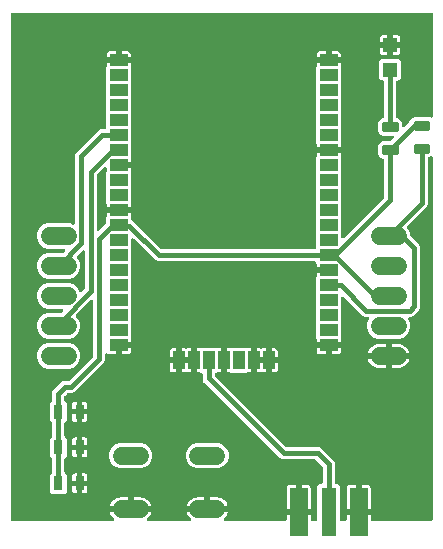
<source format=gbr>
G04 EAGLE Gerber RS-274X export*
G75*
%MOMM*%
%FSLAX34Y34*%
%LPD*%
%INTop Copper*%
%IPPOS*%
%AMOC8*
5,1,8,0,0,1.08239X$1,22.5*%
G01*
%ADD10R,0.800000X1.200000*%
%ADD11C,1.524000*%
%ADD12R,1.524000X4.064000*%
%ADD13R,1.270000X4.064000*%
%ADD14R,1.016000X1.524000*%
%ADD15R,1.524000X1.016000*%
%ADD16C,0.443700*%
%ADD17R,1.200000X1.200000*%
%ADD18C,0.406400*%

G36*
X96841Y533212D02*
X96841Y533212D01*
X96920Y533222D01*
X96999Y533222D01*
X97077Y533242D01*
X97157Y533252D01*
X97231Y533281D01*
X97307Y533301D01*
X97378Y533340D01*
X97453Y533369D01*
X97517Y533416D01*
X97586Y533454D01*
X97645Y533509D01*
X97710Y533556D01*
X97760Y533617D01*
X97818Y533672D01*
X97861Y533739D01*
X97912Y533801D01*
X97946Y533873D01*
X97989Y533940D01*
X98014Y534016D01*
X98048Y534089D01*
X98063Y534167D01*
X98087Y534242D01*
X98092Y534323D01*
X98107Y534401D01*
X98102Y534481D01*
X98107Y534560D01*
X98092Y534639D01*
X98087Y534719D01*
X98063Y534794D01*
X98048Y534872D01*
X98014Y534945D01*
X97989Y535021D01*
X97947Y535088D01*
X97913Y535160D01*
X97862Y535222D01*
X97819Y535290D01*
X97761Y535344D01*
X97711Y535405D01*
X97587Y535507D01*
X97587Y535508D01*
X97521Y535556D01*
X96390Y536687D01*
X95450Y537981D01*
X94724Y539406D01*
X94281Y540767D01*
X110490Y540767D01*
X110608Y540782D01*
X110727Y540789D01*
X110765Y540802D01*
X110805Y540807D01*
X110916Y540850D01*
X111029Y540887D01*
X111063Y540909D01*
X111101Y540924D01*
X111197Y540994D01*
X111298Y541057D01*
X111326Y541087D01*
X111358Y541110D01*
X111434Y541202D01*
X111516Y541289D01*
X111535Y541324D01*
X111561Y541355D01*
X111612Y541463D01*
X111669Y541567D01*
X111680Y541607D01*
X111697Y541643D01*
X111719Y541760D01*
X111749Y541875D01*
X111753Y541936D01*
X111757Y541956D01*
X111756Y541958D01*
X111757Y541959D01*
X111755Y541977D01*
X111759Y542036D01*
X111759Y543307D01*
X111761Y543307D01*
X111761Y542036D01*
X111776Y541918D01*
X111783Y541799D01*
X111796Y541761D01*
X111801Y541720D01*
X111845Y541609D01*
X111881Y541497D01*
X111903Y541462D01*
X111918Y541425D01*
X111988Y541329D01*
X112051Y541228D01*
X112081Y541200D01*
X112105Y541167D01*
X112196Y541092D01*
X112283Y541010D01*
X112318Y540990D01*
X112350Y540965D01*
X112457Y540914D01*
X112562Y540856D01*
X112601Y540846D01*
X112637Y540829D01*
X112754Y540807D01*
X112869Y540777D01*
X112930Y540773D01*
X112950Y540769D01*
X112970Y540771D01*
X113030Y540767D01*
X129239Y540767D01*
X128796Y539406D01*
X128070Y537981D01*
X127130Y536687D01*
X125999Y535556D01*
X125961Y535528D01*
X125903Y535473D01*
X125838Y535426D01*
X125787Y535365D01*
X125729Y535310D01*
X125686Y535243D01*
X125635Y535181D01*
X125601Y535109D01*
X125559Y535042D01*
X125534Y534966D01*
X125500Y534893D01*
X125485Y534815D01*
X125460Y534739D01*
X125455Y534660D01*
X125440Y534581D01*
X125445Y534501D01*
X125440Y534422D01*
X125455Y534343D01*
X125460Y534263D01*
X125485Y534188D01*
X125500Y534110D01*
X125534Y534037D01*
X125559Y533961D01*
X125601Y533894D01*
X125635Y533822D01*
X125686Y533760D01*
X125729Y533692D01*
X125787Y533638D01*
X125838Y533577D01*
X125902Y533529D01*
X125961Y533475D01*
X126030Y533436D01*
X126095Y533389D01*
X126169Y533360D01*
X126239Y533321D01*
X126316Y533301D01*
X126390Y533272D01*
X126470Y533262D01*
X126547Y533242D01*
X126704Y533232D01*
X126706Y533232D01*
X126708Y533232D01*
X161805Y533256D01*
X161884Y533266D01*
X161963Y533266D01*
X162041Y533286D01*
X162121Y533296D01*
X162195Y533325D01*
X162271Y533345D01*
X162342Y533383D01*
X162416Y533413D01*
X162481Y533459D01*
X162550Y533498D01*
X162609Y533553D01*
X162674Y533600D01*
X162724Y533661D01*
X162782Y533715D01*
X162825Y533783D01*
X162876Y533845D01*
X162910Y533917D01*
X162953Y533984D01*
X162978Y534060D01*
X163012Y534133D01*
X163027Y534211D01*
X163051Y534286D01*
X163056Y534366D01*
X163071Y534445D01*
X163066Y534524D01*
X163071Y534604D01*
X163056Y534682D01*
X163051Y534763D01*
X163027Y534838D01*
X163012Y534916D01*
X162978Y534989D01*
X162953Y535065D01*
X162911Y535132D01*
X162877Y535204D01*
X162826Y535266D01*
X162783Y535334D01*
X162725Y535388D01*
X162674Y535449D01*
X162551Y535551D01*
X162550Y535552D01*
X162545Y535556D01*
X161414Y536687D01*
X160474Y537981D01*
X159748Y539406D01*
X159305Y540767D01*
X175514Y540767D01*
X175632Y540782D01*
X175751Y540789D01*
X175789Y540802D01*
X175829Y540807D01*
X175940Y540850D01*
X176053Y540887D01*
X176087Y540909D01*
X176125Y540924D01*
X176221Y540994D01*
X176322Y541057D01*
X176350Y541087D01*
X176382Y541110D01*
X176458Y541202D01*
X176540Y541289D01*
X176559Y541324D01*
X176585Y541355D01*
X176636Y541463D01*
X176693Y541567D01*
X176704Y541607D01*
X176721Y541643D01*
X176743Y541760D01*
X176773Y541875D01*
X176777Y541936D01*
X176781Y541956D01*
X176780Y541958D01*
X176781Y541959D01*
X176779Y541977D01*
X176783Y542036D01*
X176783Y543307D01*
X176785Y543307D01*
X176785Y542036D01*
X176800Y541918D01*
X176807Y541799D01*
X176820Y541761D01*
X176825Y541720D01*
X176869Y541609D01*
X176905Y541497D01*
X176927Y541462D01*
X176942Y541425D01*
X177012Y541329D01*
X177075Y541228D01*
X177105Y541200D01*
X177129Y541167D01*
X177220Y541092D01*
X177307Y541010D01*
X177342Y540990D01*
X177374Y540965D01*
X177481Y540914D01*
X177586Y540856D01*
X177625Y540846D01*
X177661Y540829D01*
X177778Y540807D01*
X177893Y540777D01*
X177954Y540773D01*
X177974Y540769D01*
X177994Y540771D01*
X178054Y540767D01*
X194263Y540767D01*
X193820Y539406D01*
X193094Y537981D01*
X192154Y536687D01*
X190978Y535510D01*
X190922Y535470D01*
X190871Y535409D01*
X190813Y535354D01*
X190771Y535287D01*
X190719Y535225D01*
X190686Y535153D01*
X190643Y535086D01*
X190618Y535010D01*
X190584Y534937D01*
X190569Y534859D01*
X190545Y534783D01*
X190540Y534703D01*
X190525Y534625D01*
X190530Y534545D01*
X190525Y534466D01*
X190539Y534387D01*
X190545Y534307D01*
X190569Y534232D01*
X190584Y534153D01*
X190618Y534081D01*
X190643Y534005D01*
X190685Y533938D01*
X190719Y533866D01*
X190770Y533804D01*
X190813Y533736D01*
X190871Y533682D01*
X190922Y533620D01*
X190986Y533573D01*
X191045Y533518D01*
X191115Y533480D01*
X191179Y533433D01*
X191253Y533404D01*
X191323Y533365D01*
X191400Y533345D01*
X191474Y533316D01*
X191554Y533306D01*
X191631Y533286D01*
X191788Y533276D01*
X191790Y533276D01*
X191791Y533276D01*
X191792Y533276D01*
X242571Y533310D01*
X242689Y533325D01*
X242807Y533332D01*
X242846Y533345D01*
X242886Y533350D01*
X242997Y533394D01*
X243109Y533430D01*
X243144Y533452D01*
X243182Y533467D01*
X243278Y533537D01*
X243378Y533600D01*
X243406Y533630D01*
X243439Y533654D01*
X243515Y533746D01*
X243596Y533832D01*
X243616Y533868D01*
X243642Y533899D01*
X243692Y534007D01*
X243750Y534110D01*
X243760Y534150D01*
X243777Y534187D01*
X243799Y534304D01*
X243829Y534418D01*
X243833Y534479D01*
X243837Y534499D01*
X243835Y534520D01*
X243839Y534579D01*
X243839Y538481D01*
X252730Y538481D01*
X252848Y538496D01*
X252967Y538503D01*
X253005Y538516D01*
X253045Y538521D01*
X253156Y538564D01*
X253269Y538601D01*
X253304Y538623D01*
X253341Y538638D01*
X253437Y538708D01*
X253538Y538771D01*
X253566Y538801D01*
X253598Y538825D01*
X253674Y538916D01*
X253756Y539003D01*
X253775Y539038D01*
X253801Y539069D01*
X253852Y539177D01*
X253909Y539281D01*
X253920Y539321D01*
X253937Y539357D01*
X253959Y539474D01*
X253989Y539589D01*
X253993Y539650D01*
X253997Y539670D01*
X253995Y539690D01*
X253999Y539750D01*
X253999Y541021D01*
X254001Y541021D01*
X254001Y539750D01*
X254016Y539632D01*
X254023Y539513D01*
X254036Y539475D01*
X254041Y539435D01*
X254085Y539324D01*
X254121Y539211D01*
X254143Y539176D01*
X254158Y539139D01*
X254228Y539043D01*
X254291Y538942D01*
X254321Y538914D01*
X254345Y538881D01*
X254436Y538806D01*
X254523Y538724D01*
X254558Y538704D01*
X254590Y538679D01*
X254697Y538628D01*
X254801Y538570D01*
X254841Y538560D01*
X254877Y538543D01*
X254994Y538521D01*
X255109Y538491D01*
X255170Y538487D01*
X255190Y538483D01*
X255210Y538485D01*
X255270Y538481D01*
X264161Y538481D01*
X264161Y534594D01*
X264176Y534476D01*
X264183Y534357D01*
X264196Y534319D01*
X264201Y534279D01*
X264245Y534168D01*
X264281Y534054D01*
X264303Y534020D01*
X264318Y533983D01*
X264388Y533887D01*
X264452Y533786D01*
X264481Y533758D01*
X264504Y533726D01*
X264597Y533650D01*
X264684Y533568D01*
X264719Y533549D01*
X264749Y533523D01*
X264858Y533472D01*
X264962Y533415D01*
X265001Y533405D01*
X265037Y533388D01*
X265154Y533365D01*
X265270Y533335D01*
X265330Y533332D01*
X265349Y533328D01*
X265370Y533329D01*
X265431Y533325D01*
X268733Y533327D01*
X268851Y533342D01*
X268969Y533350D01*
X269008Y533362D01*
X269048Y533368D01*
X269159Y533411D01*
X269271Y533448D01*
X269306Y533470D01*
X269344Y533485D01*
X269440Y533554D01*
X269540Y533618D01*
X269568Y533648D01*
X269601Y533672D01*
X269677Y533763D01*
X269758Y533850D01*
X269778Y533885D01*
X269804Y533917D01*
X269854Y534024D01*
X269912Y534128D01*
X269922Y534168D01*
X269939Y534205D01*
X269961Y534321D01*
X269991Y534436D01*
X269995Y534497D01*
X269999Y534517D01*
X269997Y534537D01*
X270001Y534597D01*
X270001Y562603D01*
X271787Y564389D01*
X273050Y564389D01*
X273168Y564404D01*
X273287Y564411D01*
X273325Y564424D01*
X273366Y564429D01*
X273476Y564472D01*
X273589Y564509D01*
X273624Y564531D01*
X273661Y564546D01*
X273757Y564615D01*
X273858Y564679D01*
X273886Y564709D01*
X273919Y564732D01*
X273995Y564824D01*
X274076Y564911D01*
X274096Y564946D01*
X274121Y564977D01*
X274172Y565085D01*
X274230Y565189D01*
X274240Y565229D01*
X274257Y565265D01*
X274279Y565382D01*
X274309Y565497D01*
X274313Y565557D01*
X274317Y565577D01*
X274315Y565598D01*
X274319Y565658D01*
X274319Y579030D01*
X274307Y579128D01*
X274304Y579227D01*
X274287Y579285D01*
X274279Y579345D01*
X274243Y579437D01*
X274215Y579532D01*
X274185Y579585D01*
X274162Y579641D01*
X274104Y579721D01*
X274054Y579806D01*
X273988Y579882D01*
X273976Y579898D01*
X273966Y579906D01*
X273948Y579927D01*
X268777Y585098D01*
X268699Y585158D01*
X268627Y585226D01*
X268574Y585255D01*
X268526Y585292D01*
X268435Y585332D01*
X268348Y585380D01*
X268290Y585395D01*
X268234Y585419D01*
X268136Y585434D01*
X268040Y585459D01*
X267940Y585465D01*
X267920Y585469D01*
X267908Y585467D01*
X267880Y585469D01*
X240289Y585469D01*
X238422Y586243D01*
X173493Y651172D01*
X172719Y653039D01*
X172719Y657352D01*
X172704Y657470D01*
X172697Y657589D01*
X172684Y657627D01*
X172679Y657668D01*
X172636Y657778D01*
X172599Y657891D01*
X172577Y657926D01*
X172562Y657963D01*
X172493Y658059D01*
X172429Y658160D01*
X172399Y658188D01*
X172376Y658221D01*
X172284Y658297D01*
X172197Y658378D01*
X172162Y658398D01*
X172131Y658423D01*
X172023Y658474D01*
X171919Y658532D01*
X171879Y658542D01*
X171843Y658559D01*
X171726Y658581D01*
X171611Y658611D01*
X171551Y658615D01*
X171531Y658619D01*
X171510Y658617D01*
X171458Y658621D01*
X171321Y658758D01*
X171243Y658818D01*
X171171Y658886D01*
X171118Y658915D01*
X171070Y658952D01*
X170979Y658992D01*
X170892Y659040D01*
X170833Y659055D01*
X170778Y659079D01*
X170680Y659094D01*
X170584Y659119D01*
X170484Y659125D01*
X170464Y659129D01*
X170451Y659127D01*
X170423Y659129D01*
X167639Y659129D01*
X167639Y668020D01*
X167624Y668138D01*
X167617Y668257D01*
X167604Y668295D01*
X167599Y668335D01*
X167555Y668446D01*
X167519Y668559D01*
X167497Y668594D01*
X167482Y668631D01*
X167412Y668727D01*
X167349Y668828D01*
X167319Y668856D01*
X167295Y668888D01*
X167204Y668964D01*
X167117Y669046D01*
X167082Y669065D01*
X167050Y669091D01*
X166943Y669142D01*
X166839Y669199D01*
X166799Y669210D01*
X166763Y669227D01*
X166646Y669249D01*
X166531Y669279D01*
X166470Y669283D01*
X166450Y669287D01*
X166430Y669285D01*
X166370Y669289D01*
X165099Y669289D01*
X165099Y669291D01*
X166370Y669291D01*
X166488Y669306D01*
X166607Y669313D01*
X166645Y669326D01*
X166685Y669331D01*
X166796Y669375D01*
X166909Y669411D01*
X166944Y669433D01*
X166981Y669448D01*
X167077Y669518D01*
X167178Y669581D01*
X167206Y669611D01*
X167238Y669635D01*
X167314Y669726D01*
X167396Y669813D01*
X167415Y669848D01*
X167441Y669880D01*
X167492Y669987D01*
X167549Y670091D01*
X167560Y670131D01*
X167577Y670167D01*
X167599Y670284D01*
X167629Y670399D01*
X167633Y670460D01*
X167637Y670480D01*
X167635Y670500D01*
X167639Y670560D01*
X167639Y679451D01*
X170423Y679451D01*
X170522Y679463D01*
X170621Y679466D01*
X170679Y679483D01*
X170739Y679491D01*
X170831Y679527D01*
X170926Y679555D01*
X170978Y679585D01*
X171035Y679608D01*
X171115Y679666D01*
X171200Y679716D01*
X171275Y679782D01*
X171292Y679794D01*
X171300Y679804D01*
X171321Y679822D01*
X171457Y679959D01*
X184143Y679959D01*
X184279Y679822D01*
X184357Y679762D01*
X184429Y679694D01*
X184482Y679665D01*
X184530Y679628D01*
X184621Y679588D01*
X184708Y679540D01*
X184767Y679525D01*
X184822Y679501D01*
X184920Y679486D01*
X185016Y679461D01*
X185116Y679455D01*
X185136Y679451D01*
X185149Y679453D01*
X185177Y679451D01*
X187961Y679451D01*
X187961Y670560D01*
X187976Y670442D01*
X187983Y670323D01*
X187996Y670285D01*
X188001Y670245D01*
X188044Y670134D01*
X188081Y670021D01*
X188103Y669986D01*
X188118Y669949D01*
X188188Y669853D01*
X188251Y669752D01*
X188281Y669724D01*
X188305Y669692D01*
X188396Y669616D01*
X188483Y669534D01*
X188518Y669515D01*
X188549Y669489D01*
X188657Y669438D01*
X188761Y669381D01*
X188801Y669370D01*
X188837Y669353D01*
X188954Y669331D01*
X189069Y669301D01*
X189130Y669297D01*
X189150Y669293D01*
X189170Y669295D01*
X189230Y669291D01*
X191770Y669291D01*
X191888Y669306D01*
X192007Y669313D01*
X192045Y669326D01*
X192085Y669331D01*
X192196Y669375D01*
X192309Y669411D01*
X192344Y669433D01*
X192381Y669448D01*
X192477Y669518D01*
X192578Y669581D01*
X192606Y669611D01*
X192638Y669635D01*
X192714Y669726D01*
X192796Y669813D01*
X192815Y669848D01*
X192841Y669880D01*
X192892Y669987D01*
X192949Y670091D01*
X192960Y670131D01*
X192977Y670167D01*
X192999Y670284D01*
X193029Y670399D01*
X193033Y670460D01*
X193037Y670480D01*
X193035Y670500D01*
X193039Y670560D01*
X193039Y679451D01*
X195823Y679451D01*
X195922Y679463D01*
X196021Y679466D01*
X196079Y679483D01*
X196139Y679491D01*
X196231Y679527D01*
X196326Y679555D01*
X196378Y679585D01*
X196435Y679608D01*
X196515Y679666D01*
X196600Y679716D01*
X196675Y679782D01*
X196692Y679794D01*
X196700Y679804D01*
X196721Y679823D01*
X196857Y679959D01*
X209543Y679959D01*
X209679Y679822D01*
X209757Y679762D01*
X209829Y679694D01*
X209882Y679665D01*
X209930Y679628D01*
X210021Y679588D01*
X210108Y679540D01*
X210167Y679525D01*
X210222Y679501D01*
X210320Y679486D01*
X210416Y679461D01*
X210516Y679455D01*
X210536Y679451D01*
X210549Y679453D01*
X210577Y679451D01*
X213361Y679451D01*
X213361Y670560D01*
X213376Y670442D01*
X213383Y670323D01*
X213396Y670285D01*
X213401Y670245D01*
X213444Y670134D01*
X213481Y670021D01*
X213503Y669986D01*
X213518Y669949D01*
X213588Y669853D01*
X213651Y669752D01*
X213681Y669724D01*
X213705Y669692D01*
X213796Y669616D01*
X213883Y669534D01*
X213918Y669515D01*
X213949Y669489D01*
X214057Y669438D01*
X214161Y669381D01*
X214201Y669370D01*
X214237Y669353D01*
X214354Y669331D01*
X214469Y669301D01*
X214530Y669297D01*
X214550Y669293D01*
X214570Y669295D01*
X214630Y669291D01*
X215901Y669291D01*
X215901Y669289D01*
X214630Y669289D01*
X214512Y669274D01*
X214393Y669267D01*
X214355Y669254D01*
X214315Y669249D01*
X214204Y669205D01*
X214091Y669169D01*
X214056Y669147D01*
X214019Y669132D01*
X213923Y669062D01*
X213822Y668999D01*
X213794Y668969D01*
X213761Y668945D01*
X213686Y668854D01*
X213604Y668767D01*
X213584Y668732D01*
X213559Y668700D01*
X213508Y668593D01*
X213450Y668489D01*
X213440Y668449D01*
X213423Y668413D01*
X213401Y668296D01*
X213371Y668181D01*
X213367Y668120D01*
X213363Y668100D01*
X213365Y668080D01*
X213361Y668020D01*
X213361Y659129D01*
X210577Y659129D01*
X210478Y659117D01*
X210379Y659114D01*
X210321Y659097D01*
X210261Y659089D01*
X210169Y659053D01*
X210074Y659025D01*
X210022Y658995D01*
X209965Y658972D01*
X209885Y658914D01*
X209800Y658864D01*
X209725Y658798D01*
X209708Y658786D01*
X209700Y658776D01*
X209679Y658757D01*
X209543Y658621D01*
X196857Y658621D01*
X196721Y658758D01*
X196643Y658818D01*
X196571Y658886D01*
X196518Y658915D01*
X196470Y658952D01*
X196379Y658992D01*
X196292Y659040D01*
X196233Y659055D01*
X196178Y659079D01*
X196080Y659094D01*
X195984Y659119D01*
X195884Y659125D01*
X195864Y659129D01*
X195851Y659127D01*
X195823Y659129D01*
X193039Y659129D01*
X193039Y668020D01*
X193024Y668138D01*
X193017Y668257D01*
X193004Y668295D01*
X192999Y668335D01*
X192955Y668446D01*
X192919Y668559D01*
X192897Y668594D01*
X192882Y668631D01*
X192812Y668727D01*
X192749Y668828D01*
X192719Y668856D01*
X192695Y668888D01*
X192604Y668964D01*
X192517Y669046D01*
X192482Y669065D01*
X192450Y669091D01*
X192343Y669142D01*
X192239Y669199D01*
X192199Y669210D01*
X192163Y669227D01*
X192046Y669249D01*
X191931Y669279D01*
X191870Y669283D01*
X191850Y669287D01*
X191830Y669285D01*
X191770Y669289D01*
X189230Y669289D01*
X189112Y669274D01*
X188993Y669267D01*
X188955Y669254D01*
X188915Y669249D01*
X188804Y669205D01*
X188691Y669169D01*
X188656Y669147D01*
X188619Y669132D01*
X188523Y669062D01*
X188422Y668999D01*
X188394Y668969D01*
X188361Y668945D01*
X188286Y668854D01*
X188204Y668767D01*
X188184Y668732D01*
X188159Y668700D01*
X188108Y668593D01*
X188050Y668489D01*
X188040Y668449D01*
X188023Y668413D01*
X188001Y668296D01*
X187971Y668181D01*
X187967Y668120D01*
X187963Y668100D01*
X187965Y668080D01*
X187961Y668020D01*
X187961Y659129D01*
X185177Y659129D01*
X185078Y659117D01*
X184979Y659114D01*
X184921Y659097D01*
X184861Y659089D01*
X184769Y659053D01*
X184674Y659025D01*
X184622Y658995D01*
X184565Y658972D01*
X184485Y658914D01*
X184400Y658864D01*
X184325Y658798D01*
X184308Y658786D01*
X184300Y658776D01*
X184279Y658758D01*
X184142Y658620D01*
X184032Y658606D01*
X183913Y658599D01*
X183875Y658586D01*
X183834Y658581D01*
X183724Y658538D01*
X183611Y658501D01*
X183576Y658479D01*
X183539Y658464D01*
X183443Y658395D01*
X183342Y658331D01*
X183314Y658301D01*
X183281Y658278D01*
X183205Y658186D01*
X183124Y658099D01*
X183104Y658064D01*
X183079Y658033D01*
X183028Y657925D01*
X182970Y657821D01*
X182960Y657781D01*
X182943Y657745D01*
X182921Y657628D01*
X182891Y657513D01*
X182887Y657453D01*
X182883Y657433D01*
X182885Y657412D01*
X182881Y657352D01*
X182881Y656680D01*
X182893Y656582D01*
X182896Y656483D01*
X182913Y656425D01*
X182921Y656365D01*
X182957Y656273D01*
X182985Y656178D01*
X183015Y656125D01*
X183038Y656069D01*
X183096Y655989D01*
X183146Y655904D01*
X183212Y655828D01*
X183224Y655812D01*
X183234Y655804D01*
X183252Y655783D01*
X243033Y596002D01*
X243111Y595942D01*
X243183Y595874D01*
X243236Y595845D01*
X243284Y595808D01*
X243375Y595768D01*
X243462Y595720D01*
X243520Y595705D01*
X243576Y595681D01*
X243674Y595666D01*
X243770Y595641D01*
X243870Y595635D01*
X243890Y595631D01*
X243902Y595633D01*
X243930Y595631D01*
X271521Y595631D01*
X273388Y594857D01*
X283707Y584538D01*
X284481Y582671D01*
X284481Y565658D01*
X284496Y565540D01*
X284503Y565421D01*
X284516Y565383D01*
X284521Y565342D01*
X284564Y565232D01*
X284601Y565119D01*
X284623Y565084D01*
X284638Y565047D01*
X284707Y564951D01*
X284771Y564850D01*
X284801Y564822D01*
X284824Y564789D01*
X284916Y564713D01*
X285003Y564632D01*
X285038Y564612D01*
X285069Y564587D01*
X285177Y564536D01*
X285281Y564478D01*
X285321Y564468D01*
X285357Y564451D01*
X285474Y564429D01*
X285589Y564399D01*
X285649Y564395D01*
X285669Y564391D01*
X285690Y564393D01*
X285750Y564389D01*
X287013Y564389D01*
X288799Y562603D01*
X288799Y534611D01*
X288814Y534493D01*
X288821Y534373D01*
X288834Y534335D01*
X288839Y534296D01*
X288883Y534184D01*
X288919Y534071D01*
X288941Y534037D01*
X288956Y534000D01*
X289026Y533903D01*
X289090Y533802D01*
X289119Y533775D01*
X289142Y533742D01*
X289235Y533666D01*
X289322Y533584D01*
X289357Y533565D01*
X289387Y533540D01*
X289496Y533489D01*
X289600Y533431D01*
X289639Y533421D01*
X289675Y533404D01*
X289792Y533382D01*
X289908Y533352D01*
X289968Y533348D01*
X289987Y533344D01*
X290008Y533346D01*
X290069Y533342D01*
X293371Y533344D01*
X293489Y533359D01*
X293607Y533366D01*
X293646Y533379D01*
X293686Y533384D01*
X293797Y533428D01*
X293909Y533464D01*
X293944Y533486D01*
X293982Y533501D01*
X294078Y533571D01*
X294178Y533635D01*
X294206Y533664D01*
X294239Y533688D01*
X294315Y533780D01*
X294396Y533866D01*
X294416Y533902D01*
X294442Y533933D01*
X294492Y534041D01*
X294550Y534145D01*
X294560Y534184D01*
X294577Y534221D01*
X294599Y534338D01*
X294629Y534453D01*
X294633Y534513D01*
X294637Y534534D01*
X294635Y534554D01*
X294639Y534613D01*
X294639Y538481D01*
X303530Y538481D01*
X303648Y538496D01*
X303767Y538503D01*
X303805Y538516D01*
X303845Y538521D01*
X303956Y538564D01*
X304069Y538601D01*
X304104Y538623D01*
X304141Y538638D01*
X304237Y538708D01*
X304338Y538771D01*
X304366Y538801D01*
X304398Y538825D01*
X304474Y538916D01*
X304556Y539003D01*
X304575Y539038D01*
X304601Y539069D01*
X304652Y539177D01*
X304709Y539281D01*
X304720Y539321D01*
X304737Y539357D01*
X304759Y539474D01*
X304789Y539589D01*
X304793Y539650D01*
X304797Y539670D01*
X304795Y539690D01*
X304799Y539750D01*
X304799Y541021D01*
X304801Y541021D01*
X304801Y539750D01*
X304816Y539632D01*
X304823Y539513D01*
X304836Y539475D01*
X304841Y539435D01*
X304885Y539324D01*
X304921Y539211D01*
X304943Y539176D01*
X304958Y539139D01*
X305028Y539043D01*
X305091Y538942D01*
X305121Y538914D01*
X305145Y538881D01*
X305236Y538806D01*
X305323Y538724D01*
X305358Y538704D01*
X305390Y538679D01*
X305497Y538628D01*
X305601Y538570D01*
X305641Y538560D01*
X305677Y538543D01*
X305794Y538521D01*
X305909Y538491D01*
X305970Y538487D01*
X305990Y538483D01*
X306010Y538485D01*
X306070Y538481D01*
X314961Y538481D01*
X314961Y534629D01*
X314976Y534510D01*
X314983Y534391D01*
X314996Y534353D01*
X315001Y534313D01*
X315045Y534202D01*
X315081Y534088D01*
X315103Y534055D01*
X315118Y534017D01*
X315188Y533921D01*
X315252Y533820D01*
X315281Y533792D01*
X315304Y533760D01*
X315397Y533684D01*
X315484Y533602D01*
X315519Y533583D01*
X315549Y533557D01*
X315658Y533506D01*
X315762Y533449D01*
X315801Y533439D01*
X315837Y533422D01*
X315954Y533399D01*
X316070Y533369D01*
X316130Y533366D01*
X316149Y533362D01*
X316170Y533363D01*
X316231Y533359D01*
X366271Y533393D01*
X366389Y533408D01*
X366507Y533415D01*
X366546Y533428D01*
X366586Y533433D01*
X366697Y533477D01*
X366809Y533513D01*
X366844Y533535D01*
X366882Y533550D01*
X366978Y533620D01*
X367078Y533684D01*
X367106Y533713D01*
X367139Y533737D01*
X367215Y533829D01*
X367296Y533915D01*
X367316Y533951D01*
X367342Y533982D01*
X367392Y534090D01*
X367450Y534194D01*
X367460Y534233D01*
X367477Y534270D01*
X367499Y534387D01*
X367529Y534502D01*
X367533Y534562D01*
X367537Y534583D01*
X367535Y534603D01*
X367539Y534662D01*
X367539Y840909D01*
X367533Y840958D01*
X367535Y841008D01*
X367513Y841115D01*
X367499Y841225D01*
X367481Y841271D01*
X367471Y841319D01*
X367423Y841418D01*
X367382Y841520D01*
X367353Y841560D01*
X367331Y841605D01*
X367260Y841689D01*
X367196Y841778D01*
X367157Y841809D01*
X367125Y841847D01*
X367035Y841910D01*
X366951Y841980D01*
X366906Y842002D01*
X366865Y842030D01*
X366762Y842069D01*
X366663Y842116D01*
X366614Y842125D01*
X366568Y842143D01*
X366458Y842155D01*
X366351Y842176D01*
X366301Y842173D01*
X366252Y842178D01*
X366143Y842163D01*
X366033Y842156D01*
X365986Y842141D01*
X365937Y842134D01*
X365784Y842082D01*
X364004Y841344D01*
X363979Y841330D01*
X363951Y841321D01*
X363841Y841251D01*
X363728Y841187D01*
X363707Y841166D01*
X363682Y841150D01*
X363593Y841056D01*
X363500Y840966D01*
X363484Y840940D01*
X363464Y840919D01*
X363401Y840805D01*
X363333Y840694D01*
X363325Y840666D01*
X363310Y840640D01*
X363278Y840515D01*
X363240Y840390D01*
X363238Y840361D01*
X363231Y840332D01*
X363221Y840172D01*
X363221Y801629D01*
X362447Y799762D01*
X346044Y783359D01*
X345971Y783265D01*
X345892Y783175D01*
X345874Y783140D01*
X345849Y783108D01*
X345802Y782998D01*
X345748Y782892D01*
X345739Y782853D01*
X345723Y782816D01*
X345704Y782698D01*
X345678Y782582D01*
X345679Y782542D01*
X345673Y782502D01*
X345684Y782383D01*
X345688Y782264D01*
X345699Y782225D01*
X345703Y782185D01*
X345743Y782073D01*
X345776Y781959D01*
X345797Y781924D01*
X345810Y781886D01*
X345877Y781787D01*
X345938Y781685D01*
X345977Y781639D01*
X345989Y781623D01*
X346004Y781609D01*
X346044Y781564D01*
X346865Y780743D01*
X348489Y776822D01*
X348489Y775552D01*
X348501Y775454D01*
X348504Y775355D01*
X348521Y775297D01*
X348529Y775237D01*
X348565Y775145D01*
X348593Y775050D01*
X348623Y774997D01*
X348646Y774941D01*
X348704Y774861D01*
X348754Y774776D01*
X348820Y774700D01*
X348832Y774684D01*
X348842Y774676D01*
X348860Y774655D01*
X356097Y767418D01*
X356871Y765551D01*
X356871Y713999D01*
X356097Y712132D01*
X350858Y706893D01*
X348991Y706119D01*
X348111Y706119D01*
X348062Y706113D01*
X348012Y706115D01*
X347905Y706093D01*
X347796Y706079D01*
X347749Y706061D01*
X347701Y706051D01*
X347602Y706003D01*
X347500Y705962D01*
X347460Y705933D01*
X347415Y705911D01*
X347332Y705840D01*
X347243Y705776D01*
X347211Y705737D01*
X347173Y705705D01*
X347110Y705615D01*
X347040Y705531D01*
X347019Y705486D01*
X346990Y705445D01*
X346951Y705342D01*
X346904Y705243D01*
X346895Y705194D01*
X346877Y705148D01*
X346865Y705038D01*
X346845Y704931D01*
X346848Y704881D01*
X346842Y704832D01*
X346858Y704723D01*
X346864Y704613D01*
X346880Y704566D01*
X346887Y704517D01*
X346939Y704364D01*
X348489Y700622D01*
X348489Y696378D01*
X346865Y692457D01*
X343863Y689455D01*
X339942Y687831D01*
X320458Y687831D01*
X316537Y689455D01*
X313535Y692457D01*
X311911Y696378D01*
X311911Y700622D01*
X313461Y704364D01*
X313474Y704412D01*
X313496Y704457D01*
X313516Y704565D01*
X313545Y704671D01*
X313546Y704721D01*
X313555Y704770D01*
X313549Y704879D01*
X313550Y704989D01*
X313539Y705037D01*
X313536Y705087D01*
X313502Y705191D01*
X313476Y705298D01*
X313453Y705342D01*
X313438Y705389D01*
X313379Y705482D01*
X313327Y705579D01*
X313294Y705616D01*
X313267Y705658D01*
X313187Y705733D01*
X313114Y705815D01*
X313072Y705842D01*
X313036Y705876D01*
X312940Y705929D01*
X312848Y705989D01*
X312801Y706006D01*
X312757Y706030D01*
X312651Y706057D01*
X312547Y706093D01*
X312497Y706097D01*
X312449Y706109D01*
X312289Y706119D01*
X310139Y706119D01*
X308272Y706893D01*
X306664Y708501D01*
X292235Y722929D01*
X292126Y723015D01*
X292019Y723103D01*
X292000Y723112D01*
X291984Y723124D01*
X291856Y723180D01*
X291731Y723239D01*
X291711Y723242D01*
X291692Y723251D01*
X291554Y723272D01*
X291418Y723298D01*
X291398Y723297D01*
X291378Y723300D01*
X291239Y723287D01*
X291101Y723279D01*
X291082Y723273D01*
X291062Y723271D01*
X290930Y723223D01*
X290799Y723181D01*
X290781Y723170D01*
X290762Y723163D01*
X290647Y723085D01*
X290530Y723011D01*
X290516Y722996D01*
X290499Y722984D01*
X290407Y722880D01*
X290312Y722779D01*
X290302Y722761D01*
X290289Y722746D01*
X290225Y722622D01*
X290158Y722500D01*
X290153Y722481D01*
X290144Y722463D01*
X290114Y722327D01*
X290079Y722192D01*
X290077Y722164D01*
X290074Y722152D01*
X290075Y722132D01*
X290069Y722032D01*
X290069Y688347D01*
X289932Y688211D01*
X289872Y688133D01*
X289804Y688061D01*
X289775Y688008D01*
X289738Y687960D01*
X289698Y687869D01*
X289650Y687782D01*
X289635Y687723D01*
X289611Y687668D01*
X289596Y687570D01*
X289571Y687474D01*
X289565Y687374D01*
X289561Y687354D01*
X289563Y687341D01*
X289561Y687313D01*
X289561Y684529D01*
X280670Y684529D01*
X280552Y684514D01*
X280433Y684507D01*
X280395Y684494D01*
X280355Y684489D01*
X280244Y684445D01*
X280131Y684409D01*
X280096Y684387D01*
X280059Y684372D01*
X279963Y684302D01*
X279862Y684239D01*
X279834Y684209D01*
X279802Y684185D01*
X279726Y684094D01*
X279644Y684007D01*
X279625Y683972D01*
X279599Y683940D01*
X279548Y683833D01*
X279491Y683729D01*
X279480Y683689D01*
X279463Y683653D01*
X279441Y683536D01*
X279411Y683421D01*
X279407Y683360D01*
X279403Y683340D01*
X279405Y683320D01*
X279401Y683260D01*
X279401Y681989D01*
X279399Y681989D01*
X279399Y683260D01*
X279384Y683378D01*
X279377Y683497D01*
X279364Y683535D01*
X279359Y683575D01*
X279315Y683686D01*
X279279Y683799D01*
X279257Y683834D01*
X279242Y683871D01*
X279172Y683967D01*
X279109Y684068D01*
X279079Y684096D01*
X279055Y684128D01*
X278964Y684204D01*
X278877Y684286D01*
X278842Y684305D01*
X278810Y684331D01*
X278703Y684382D01*
X278599Y684439D01*
X278559Y684450D01*
X278523Y684467D01*
X278406Y684489D01*
X278291Y684519D01*
X278230Y684523D01*
X278210Y684527D01*
X278190Y684525D01*
X278130Y684529D01*
X269239Y684529D01*
X269239Y687313D01*
X269227Y687412D01*
X269224Y687511D01*
X269207Y687569D01*
X269199Y687629D01*
X269163Y687721D01*
X269135Y687816D01*
X269105Y687868D01*
X269082Y687925D01*
X269024Y688005D01*
X268974Y688090D01*
X268908Y688165D01*
X268896Y688182D01*
X268886Y688190D01*
X268868Y688211D01*
X268731Y688347D01*
X268731Y739133D01*
X268868Y739269D01*
X268928Y739347D01*
X268996Y739419D01*
X269025Y739472D01*
X269062Y739520D01*
X269102Y739611D01*
X269150Y739698D01*
X269165Y739757D01*
X269189Y739812D01*
X269204Y739910D01*
X269229Y740006D01*
X269235Y740106D01*
X269239Y740126D01*
X269237Y740139D01*
X269239Y740167D01*
X269239Y742951D01*
X278130Y742951D01*
X278248Y742966D01*
X278367Y742973D01*
X278405Y742986D01*
X278445Y742991D01*
X278556Y743034D01*
X278669Y743071D01*
X278704Y743093D01*
X278741Y743108D01*
X278837Y743178D01*
X278938Y743241D01*
X278966Y743271D01*
X278998Y743295D01*
X279074Y743386D01*
X279156Y743473D01*
X279175Y743508D01*
X279201Y743539D01*
X279252Y743647D01*
X279309Y743751D01*
X279320Y743791D01*
X279337Y743827D01*
X279359Y743944D01*
X279389Y744059D01*
X279393Y744120D01*
X279397Y744140D01*
X279395Y744160D01*
X279399Y744220D01*
X279399Y746760D01*
X279384Y746878D01*
X279377Y746997D01*
X279364Y747035D01*
X279359Y747075D01*
X279315Y747186D01*
X279279Y747299D01*
X279257Y747334D01*
X279242Y747371D01*
X279172Y747467D01*
X279109Y747568D01*
X279079Y747596D01*
X279055Y747628D01*
X278964Y747704D01*
X278877Y747786D01*
X278842Y747805D01*
X278810Y747831D01*
X278703Y747882D01*
X278599Y747939D01*
X278559Y747950D01*
X278523Y747967D01*
X278406Y747989D01*
X278291Y748019D01*
X278230Y748023D01*
X278210Y748027D01*
X278190Y748025D01*
X278130Y748029D01*
X269239Y748029D01*
X269239Y750813D01*
X269227Y750912D01*
X269224Y751011D01*
X269207Y751069D01*
X269199Y751129D01*
X269163Y751221D01*
X269135Y751316D01*
X269105Y751368D01*
X269082Y751425D01*
X269024Y751505D01*
X268974Y751590D01*
X268908Y751665D01*
X268896Y751682D01*
X268886Y751690D01*
X268868Y751711D01*
X268730Y751848D01*
X268716Y751958D01*
X268709Y752077D01*
X268696Y752115D01*
X268691Y752156D01*
X268648Y752266D01*
X268611Y752379D01*
X268589Y752414D01*
X268574Y752451D01*
X268505Y752547D01*
X268441Y752648D01*
X268411Y752676D01*
X268388Y752709D01*
X268296Y752785D01*
X268209Y752866D01*
X268174Y752886D01*
X268143Y752911D01*
X268035Y752962D01*
X267931Y753020D01*
X267891Y753030D01*
X267855Y753047D01*
X267738Y753069D01*
X267623Y753099D01*
X267563Y753103D01*
X267543Y753107D01*
X267522Y753105D01*
X267462Y753109D01*
X134828Y753109D01*
X132961Y753883D01*
X114435Y772408D01*
X114326Y772493D01*
X114219Y772582D01*
X114200Y772591D01*
X114184Y772603D01*
X114056Y772659D01*
X113931Y772718D01*
X113911Y772721D01*
X113892Y772730D01*
X113754Y772751D01*
X113618Y772777D01*
X113598Y772776D01*
X113578Y772779D01*
X113439Y772766D01*
X113301Y772758D01*
X113282Y772751D01*
X113262Y772750D01*
X113130Y772702D01*
X112999Y772660D01*
X112981Y772649D01*
X112962Y772642D01*
X112847Y772564D01*
X112730Y772489D01*
X112716Y772475D01*
X112699Y772463D01*
X112607Y772359D01*
X112512Y772258D01*
X112502Y772240D01*
X112489Y772225D01*
X112425Y772101D01*
X112358Y771979D01*
X112353Y771960D01*
X112344Y771942D01*
X112314Y771806D01*
X112279Y771671D01*
X112277Y771643D01*
X112274Y771631D01*
X112275Y771611D01*
X112269Y771511D01*
X112269Y688347D01*
X112132Y688211D01*
X112072Y688133D01*
X112004Y688061D01*
X111975Y688008D01*
X111938Y687960D01*
X111898Y687869D01*
X111850Y687782D01*
X111835Y687723D01*
X111811Y687668D01*
X111796Y687570D01*
X111771Y687474D01*
X111765Y687374D01*
X111761Y687354D01*
X111763Y687341D01*
X111761Y687313D01*
X111761Y684529D01*
X102870Y684529D01*
X102752Y684514D01*
X102633Y684507D01*
X102595Y684494D01*
X102555Y684489D01*
X102444Y684445D01*
X102331Y684409D01*
X102296Y684387D01*
X102259Y684372D01*
X102163Y684302D01*
X102062Y684239D01*
X102034Y684209D01*
X102002Y684185D01*
X101926Y684094D01*
X101844Y684007D01*
X101825Y683972D01*
X101799Y683940D01*
X101748Y683833D01*
X101691Y683729D01*
X101680Y683689D01*
X101663Y683653D01*
X101641Y683536D01*
X101611Y683421D01*
X101607Y683360D01*
X101603Y683340D01*
X101605Y683320D01*
X101601Y683260D01*
X101601Y681989D01*
X100330Y681989D01*
X100212Y681974D01*
X100093Y681967D01*
X100055Y681954D01*
X100015Y681949D01*
X99904Y681905D01*
X99791Y681869D01*
X99756Y681847D01*
X99719Y681832D01*
X99623Y681762D01*
X99522Y681699D01*
X99494Y681669D01*
X99461Y681645D01*
X99386Y681554D01*
X99304Y681467D01*
X99284Y681432D01*
X99259Y681400D01*
X99208Y681293D01*
X99150Y681189D01*
X99140Y681149D01*
X99123Y681113D01*
X99101Y680996D01*
X99071Y680881D01*
X99067Y680820D01*
X99063Y680800D01*
X99065Y680780D01*
X99061Y680720D01*
X99061Y674369D01*
X93646Y674369D01*
X92999Y674542D01*
X92420Y674877D01*
X92338Y674959D01*
X92252Y675026D01*
X92208Y675067D01*
X92185Y675080D01*
X92121Y675133D01*
X92102Y675142D01*
X92086Y675154D01*
X91958Y675210D01*
X91833Y675269D01*
X91813Y675273D01*
X91794Y675281D01*
X91657Y675303D01*
X91520Y675329D01*
X91500Y675327D01*
X91480Y675331D01*
X91342Y675318D01*
X91203Y675309D01*
X91184Y675303D01*
X91164Y675301D01*
X91033Y675254D01*
X90901Y675211D01*
X90883Y675200D01*
X90864Y675193D01*
X90750Y675115D01*
X90632Y675041D01*
X90618Y675026D01*
X90601Y675015D01*
X90509Y674910D01*
X90414Y674809D01*
X90404Y674791D01*
X90391Y674776D01*
X90327Y674652D01*
X90260Y674531D01*
X90255Y674511D01*
X90246Y674493D01*
X90216Y674357D01*
X90181Y674223D01*
X90179Y674195D01*
X90176Y674183D01*
X90177Y674162D01*
X90175Y674131D01*
X90173Y674122D01*
X90174Y674112D01*
X90171Y674062D01*
X90171Y669549D01*
X89397Y667682D01*
X87790Y666074D01*
X87789Y666074D01*
X65446Y643731D01*
X65446Y643730D01*
X63838Y642123D01*
X61971Y641349D01*
X58510Y641349D01*
X58412Y641337D01*
X58313Y641334D01*
X58255Y641317D01*
X58195Y641309D01*
X58103Y641273D01*
X58008Y641245D01*
X57955Y641215D01*
X57899Y641192D01*
X57819Y641134D01*
X57734Y641084D01*
X57658Y641018D01*
X57642Y641006D01*
X57634Y640996D01*
X57613Y640978D01*
X56142Y639507D01*
X56082Y639429D01*
X56014Y639357D01*
X55985Y639304D01*
X55948Y639256D01*
X55908Y639165D01*
X55860Y639078D01*
X55845Y639020D01*
X55821Y638964D01*
X55806Y638866D01*
X55781Y638770D01*
X55775Y638670D01*
X55771Y638650D01*
X55773Y638638D01*
X55771Y638610D01*
X55771Y635613D01*
X55783Y635514D01*
X55786Y635415D01*
X55803Y635357D01*
X55811Y635297D01*
X55847Y635205D01*
X55875Y635110D01*
X55905Y635058D01*
X55928Y635001D01*
X55986Y634921D01*
X56036Y634836D01*
X56102Y634761D01*
X56114Y634744D01*
X56124Y634736D01*
X56142Y634715D01*
X57739Y633119D01*
X57739Y618593D01*
X56142Y616997D01*
X56082Y616919D01*
X56014Y616847D01*
X55985Y616794D01*
X55948Y616746D01*
X55908Y616655D01*
X55860Y616568D01*
X55845Y616509D01*
X55821Y616454D01*
X55806Y616356D01*
X55781Y616260D01*
X55775Y616160D01*
X55771Y616140D01*
X55773Y616127D01*
X55771Y616099D01*
X55771Y605387D01*
X55783Y605288D01*
X55786Y605189D01*
X55803Y605131D01*
X55811Y605071D01*
X55847Y604979D01*
X55875Y604884D01*
X55905Y604832D01*
X55928Y604775D01*
X55986Y604695D01*
X56036Y604610D01*
X56102Y604535D01*
X56114Y604518D01*
X56124Y604510D01*
X56142Y604489D01*
X57739Y602893D01*
X57739Y588367D01*
X56142Y586771D01*
X56082Y586693D01*
X56014Y586621D01*
X55985Y586568D01*
X55948Y586520D01*
X55908Y586429D01*
X55860Y586342D01*
X55845Y586283D01*
X55821Y586228D01*
X55806Y586130D01*
X55781Y586034D01*
X55775Y585934D01*
X55771Y585914D01*
X55773Y585901D01*
X55771Y585873D01*
X55771Y574907D01*
X55783Y574808D01*
X55786Y574709D01*
X55803Y574651D01*
X55811Y574591D01*
X55847Y574499D01*
X55875Y574404D01*
X55905Y574352D01*
X55928Y574295D01*
X55986Y574215D01*
X56036Y574130D01*
X56102Y574055D01*
X56114Y574038D01*
X56124Y574030D01*
X56142Y574009D01*
X57739Y572413D01*
X57739Y557887D01*
X55953Y556101D01*
X45427Y556101D01*
X43641Y557887D01*
X43641Y572413D01*
X45238Y574009D01*
X45298Y574087D01*
X45366Y574159D01*
X45395Y574212D01*
X45432Y574260D01*
X45472Y574351D01*
X45520Y574438D01*
X45535Y574497D01*
X45559Y574552D01*
X45574Y574650D01*
X45599Y574746D01*
X45605Y574846D01*
X45609Y574866D01*
X45607Y574879D01*
X45609Y574907D01*
X45609Y585873D01*
X45597Y585972D01*
X45594Y586071D01*
X45577Y586129D01*
X45569Y586189D01*
X45533Y586281D01*
X45505Y586376D01*
X45475Y586428D01*
X45452Y586485D01*
X45394Y586565D01*
X45344Y586650D01*
X45278Y586725D01*
X45266Y586742D01*
X45256Y586750D01*
X45238Y586771D01*
X43641Y588367D01*
X43641Y602893D01*
X45238Y604489D01*
X45298Y604567D01*
X45366Y604639D01*
X45395Y604692D01*
X45432Y604740D01*
X45472Y604831D01*
X45520Y604918D01*
X45535Y604977D01*
X45559Y605032D01*
X45574Y605130D01*
X45599Y605226D01*
X45605Y605326D01*
X45609Y605346D01*
X45607Y605359D01*
X45609Y605387D01*
X45609Y616099D01*
X45597Y616198D01*
X45594Y616297D01*
X45577Y616355D01*
X45569Y616415D01*
X45533Y616507D01*
X45505Y616602D01*
X45475Y616654D01*
X45452Y616711D01*
X45394Y616791D01*
X45344Y616876D01*
X45278Y616951D01*
X45266Y616968D01*
X45256Y616976D01*
X45238Y616997D01*
X43641Y618593D01*
X43641Y633119D01*
X45238Y634715D01*
X45298Y634793D01*
X45366Y634865D01*
X45395Y634918D01*
X45432Y634966D01*
X45472Y635057D01*
X45520Y635144D01*
X45535Y635203D01*
X45559Y635258D01*
X45574Y635356D01*
X45599Y635452D01*
X45605Y635552D01*
X45609Y635572D01*
X45607Y635585D01*
X45609Y635613D01*
X45609Y642251D01*
X46383Y644118D01*
X47990Y645726D01*
X47991Y645726D01*
X53002Y650737D01*
X54869Y651511D01*
X58330Y651511D01*
X58428Y651523D01*
X58527Y651526D01*
X58585Y651543D01*
X58645Y651551D01*
X58737Y651587D01*
X58832Y651615D01*
X58885Y651645D01*
X58941Y651668D01*
X59021Y651726D01*
X59106Y651776D01*
X59182Y651842D01*
X59198Y651854D01*
X59206Y651864D01*
X59227Y651882D01*
X79638Y672293D01*
X79698Y672371D01*
X79766Y672443D01*
X79795Y672496D01*
X79832Y672544D01*
X79872Y672635D01*
X79920Y672722D01*
X79935Y672780D01*
X79959Y672836D01*
X79974Y672934D01*
X79999Y673030D01*
X80005Y673130D01*
X80009Y673150D01*
X80007Y673162D01*
X80009Y673190D01*
X80009Y719434D01*
X79992Y719572D01*
X79979Y719711D01*
X79972Y719730D01*
X79969Y719750D01*
X79918Y719879D01*
X79871Y720010D01*
X79860Y720027D01*
X79852Y720046D01*
X79771Y720158D01*
X79693Y720273D01*
X79677Y720287D01*
X79666Y720303D01*
X79558Y720392D01*
X79454Y720484D01*
X79436Y720493D01*
X79421Y720506D01*
X79295Y720565D01*
X79171Y720628D01*
X79151Y720633D01*
X79133Y720641D01*
X78997Y720667D01*
X78861Y720698D01*
X78840Y720697D01*
X78821Y720701D01*
X78682Y720693D01*
X78543Y720688D01*
X78523Y720683D01*
X78503Y720681D01*
X78371Y720639D01*
X78237Y720600D01*
X78220Y720590D01*
X78201Y720583D01*
X78083Y720509D01*
X77963Y720438D01*
X77942Y720420D01*
X77932Y720413D01*
X77918Y720398D01*
X77843Y720332D01*
X65657Y708146D01*
X65584Y708052D01*
X65505Y707963D01*
X65487Y707927D01*
X65462Y707895D01*
X65414Y707785D01*
X65360Y707680D01*
X65352Y707640D01*
X65335Y707603D01*
X65317Y707485D01*
X65291Y707369D01*
X65292Y707329D01*
X65286Y707289D01*
X65297Y707170D01*
X65300Y707051D01*
X65312Y707013D01*
X65315Y706972D01*
X65356Y706860D01*
X65389Y706746D01*
X65409Y706711D01*
X65423Y706673D01*
X65490Y706574D01*
X65550Y706472D01*
X65590Y706427D01*
X65602Y706410D01*
X65617Y706396D01*
X65657Y706351D01*
X67465Y704543D01*
X69089Y700622D01*
X69089Y696378D01*
X67465Y692457D01*
X64463Y689455D01*
X60542Y687831D01*
X41058Y687831D01*
X37137Y689455D01*
X34135Y692457D01*
X32511Y696378D01*
X32511Y700622D01*
X34135Y704543D01*
X37137Y707545D01*
X41058Y709169D01*
X51783Y709169D01*
X51881Y709181D01*
X51980Y709184D01*
X52038Y709201D01*
X52099Y709209D01*
X52191Y709245D01*
X52286Y709273D01*
X52338Y709303D01*
X52394Y709326D01*
X52474Y709384D01*
X52560Y709434D01*
X52635Y709500D01*
X52652Y709512D01*
X52659Y709522D01*
X52681Y709540D01*
X54205Y711065D01*
X54290Y711174D01*
X54378Y711281D01*
X54387Y711300D01*
X54400Y711316D01*
X54455Y711443D01*
X54514Y711569D01*
X54518Y711589D01*
X54526Y711608D01*
X54548Y711746D01*
X54574Y711882D01*
X54573Y711902D01*
X54576Y711922D01*
X54563Y712061D01*
X54554Y712199D01*
X54548Y712218D01*
X54546Y712238D01*
X54499Y712370D01*
X54456Y712501D01*
X54445Y712519D01*
X54438Y712538D01*
X54360Y712653D01*
X54286Y712770D01*
X54271Y712784D01*
X54260Y712801D01*
X54155Y712893D01*
X54054Y712988D01*
X54037Y712998D01*
X54021Y713011D01*
X53897Y713075D01*
X53776Y713142D01*
X53756Y713147D01*
X53738Y713156D01*
X53602Y713186D01*
X53468Y713221D01*
X53440Y713223D01*
X53428Y713226D01*
X53407Y713225D01*
X53307Y713231D01*
X41058Y713231D01*
X37137Y714855D01*
X34135Y717857D01*
X32511Y721778D01*
X32511Y726022D01*
X34135Y729943D01*
X37137Y732945D01*
X41058Y734569D01*
X60542Y734569D01*
X64463Y732945D01*
X67465Y729943D01*
X68383Y727725D01*
X68408Y727682D01*
X68425Y727635D01*
X68486Y727544D01*
X68541Y727449D01*
X68575Y727413D01*
X68603Y727372D01*
X68686Y727299D01*
X68762Y727221D01*
X68804Y727195D01*
X68842Y727162D01*
X68940Y727112D01*
X69033Y727054D01*
X69081Y727040D01*
X69125Y727017D01*
X69232Y726993D01*
X69337Y726961D01*
X69387Y726958D01*
X69435Y726947D01*
X69545Y726951D01*
X69655Y726946D01*
X69703Y726956D01*
X69753Y726957D01*
X69859Y726988D01*
X69966Y727010D01*
X70011Y727032D01*
X70059Y727045D01*
X70153Y727101D01*
X70252Y727150D01*
X70290Y727182D01*
X70333Y727207D01*
X70453Y727313D01*
X72526Y729385D01*
X72586Y729464D01*
X72654Y729536D01*
X72683Y729589D01*
X72720Y729637D01*
X72760Y729728D01*
X72808Y729814D01*
X72823Y729873D01*
X72847Y729929D01*
X72862Y730027D01*
X72887Y730122D01*
X72893Y730222D01*
X72897Y730243D01*
X72895Y730255D01*
X72897Y730283D01*
X72897Y761148D01*
X72880Y761285D01*
X72867Y761424D01*
X72860Y761443D01*
X72857Y761463D01*
X72806Y761592D01*
X72759Y761723D01*
X72748Y761740D01*
X72740Y761759D01*
X72659Y761871D01*
X72581Y761987D01*
X72565Y762000D01*
X72554Y762016D01*
X72446Y762105D01*
X72342Y762197D01*
X72324Y762206D01*
X72309Y762219D01*
X72183Y762278D01*
X72059Y762342D01*
X72039Y762346D01*
X72021Y762355D01*
X71885Y762381D01*
X71749Y762411D01*
X71728Y762411D01*
X71709Y762414D01*
X71570Y762406D01*
X71431Y762402D01*
X71411Y762396D01*
X71391Y762395D01*
X71259Y762352D01*
X71125Y762313D01*
X71108Y762303D01*
X71089Y762297D01*
X70971Y762222D01*
X70851Y762152D01*
X70830Y762133D01*
X70820Y762127D01*
X70806Y762112D01*
X70731Y762045D01*
X66644Y757959D01*
X66571Y757865D01*
X66492Y757775D01*
X66474Y757740D01*
X66449Y757708D01*
X66402Y757598D01*
X66348Y757492D01*
X66339Y757453D01*
X66323Y757416D01*
X66304Y757298D01*
X66278Y757182D01*
X66279Y757142D01*
X66273Y757102D01*
X66284Y756983D01*
X66288Y756864D01*
X66299Y756825D01*
X66303Y756785D01*
X66343Y756673D01*
X66376Y756559D01*
X66397Y756524D01*
X66410Y756486D01*
X66477Y756387D01*
X66538Y756285D01*
X66577Y756239D01*
X66589Y756223D01*
X66604Y756209D01*
X66644Y756164D01*
X67465Y755343D01*
X69089Y751422D01*
X69089Y747178D01*
X67465Y743257D01*
X64463Y740255D01*
X60542Y738631D01*
X41058Y738631D01*
X37137Y740255D01*
X34135Y743257D01*
X32511Y747178D01*
X32511Y751422D01*
X34135Y755343D01*
X37137Y758345D01*
X41058Y759969D01*
X53758Y759969D01*
X53856Y759981D01*
X53955Y759984D01*
X54013Y760001D01*
X54073Y760009D01*
X54165Y760045D01*
X54260Y760073D01*
X54313Y760103D01*
X54369Y760126D01*
X54449Y760184D01*
X54534Y760234D01*
X54610Y760300D01*
X54626Y760312D01*
X54634Y760322D01*
X54655Y760340D01*
X56179Y761865D01*
X56264Y761974D01*
X56353Y762081D01*
X56362Y762100D01*
X56374Y762116D01*
X56429Y762243D01*
X56489Y762369D01*
X56492Y762389D01*
X56501Y762408D01*
X56522Y762545D01*
X56548Y762682D01*
X56547Y762702D01*
X56550Y762722D01*
X56537Y762861D01*
X56529Y762999D01*
X56523Y763018D01*
X56521Y763038D01*
X56473Y763170D01*
X56431Y763301D01*
X56420Y763319D01*
X56413Y763338D01*
X56335Y763453D01*
X56261Y763570D01*
X56246Y763584D01*
X56234Y763601D01*
X56130Y763693D01*
X56029Y763788D01*
X56011Y763798D01*
X55996Y763811D01*
X55872Y763875D01*
X55750Y763942D01*
X55731Y763947D01*
X55713Y763956D01*
X55577Y763986D01*
X55442Y764021D01*
X55414Y764023D01*
X55402Y764026D01*
X55382Y764025D01*
X55282Y764031D01*
X41058Y764031D01*
X37137Y765655D01*
X34135Y768657D01*
X32511Y772578D01*
X32511Y776822D01*
X34135Y780743D01*
X37137Y783745D01*
X41058Y785369D01*
X60542Y785369D01*
X63014Y784345D01*
X63062Y784332D01*
X63107Y784310D01*
X63215Y784290D01*
X63321Y784261D01*
X63371Y784260D01*
X63420Y784251D01*
X63529Y784257D01*
X63639Y784256D01*
X63687Y784267D01*
X63737Y784270D01*
X63841Y784304D01*
X63948Y784330D01*
X63992Y784353D01*
X64039Y784368D01*
X64132Y784427D01*
X64229Y784479D01*
X64266Y784512D01*
X64308Y784539D01*
X64383Y784619D01*
X64465Y784693D01*
X64492Y784734D01*
X64526Y784770D01*
X64579Y784866D01*
X64639Y784958D01*
X64656Y785005D01*
X64680Y785049D01*
X64707Y785155D01*
X64743Y785259D01*
X64747Y785309D01*
X64759Y785357D01*
X64769Y785517D01*
X64769Y843021D01*
X65543Y844888D01*
X84752Y864097D01*
X86619Y864871D01*
X89662Y864871D01*
X89780Y864886D01*
X89899Y864893D01*
X89937Y864906D01*
X89978Y864911D01*
X90088Y864954D01*
X90201Y864991D01*
X90236Y865013D01*
X90273Y865028D01*
X90369Y865097D01*
X90470Y865161D01*
X90498Y865191D01*
X90531Y865214D01*
X90607Y865306D01*
X90688Y865393D01*
X90708Y865428D01*
X90733Y865459D01*
X90784Y865567D01*
X90842Y865671D01*
X90852Y865711D01*
X90869Y865747D01*
X90891Y865864D01*
X90921Y865979D01*
X90925Y866039D01*
X90929Y866059D01*
X90927Y866080D01*
X90931Y866140D01*
X90931Y916933D01*
X91068Y917069D01*
X91128Y917147D01*
X91196Y917219D01*
X91225Y917272D01*
X91262Y917320D01*
X91302Y917411D01*
X91350Y917498D01*
X91365Y917557D01*
X91389Y917612D01*
X91404Y917710D01*
X91429Y917806D01*
X91435Y917906D01*
X91439Y917926D01*
X91437Y917939D01*
X91439Y917967D01*
X91439Y920751D01*
X100330Y920751D01*
X100448Y920766D01*
X100567Y920773D01*
X100605Y920786D01*
X100645Y920791D01*
X100756Y920834D01*
X100869Y920871D01*
X100904Y920893D01*
X100941Y920908D01*
X101037Y920978D01*
X101138Y921041D01*
X101166Y921071D01*
X101198Y921095D01*
X101274Y921186D01*
X101356Y921273D01*
X101375Y921308D01*
X101401Y921339D01*
X101452Y921447D01*
X101509Y921551D01*
X101520Y921591D01*
X101537Y921627D01*
X101559Y921744D01*
X101589Y921859D01*
X101593Y921920D01*
X101597Y921940D01*
X101595Y921960D01*
X101599Y922020D01*
X101599Y923291D01*
X101601Y923291D01*
X101601Y922020D01*
X101616Y921902D01*
X101623Y921783D01*
X101636Y921745D01*
X101641Y921705D01*
X101685Y921594D01*
X101721Y921481D01*
X101743Y921446D01*
X101758Y921409D01*
X101828Y921313D01*
X101891Y921212D01*
X101921Y921184D01*
X101945Y921151D01*
X102036Y921076D01*
X102123Y920994D01*
X102158Y920974D01*
X102190Y920949D01*
X102297Y920898D01*
X102401Y920840D01*
X102441Y920830D01*
X102477Y920813D01*
X102594Y920791D01*
X102709Y920761D01*
X102770Y920757D01*
X102790Y920753D01*
X102810Y920755D01*
X102870Y920751D01*
X111761Y920751D01*
X111761Y917967D01*
X111773Y917868D01*
X111776Y917769D01*
X111793Y917711D01*
X111801Y917651D01*
X111837Y917559D01*
X111865Y917464D01*
X111895Y917412D01*
X111918Y917355D01*
X111976Y917275D01*
X112026Y917190D01*
X112092Y917115D01*
X112104Y917098D01*
X112114Y917090D01*
X112132Y917069D01*
X112269Y916933D01*
X112269Y840747D01*
X112132Y840611D01*
X112072Y840533D01*
X112004Y840461D01*
X111975Y840408D01*
X111938Y840360D01*
X111898Y840269D01*
X111850Y840182D01*
X111835Y840123D01*
X111811Y840068D01*
X111796Y839970D01*
X111771Y839874D01*
X111765Y839774D01*
X111761Y839754D01*
X111763Y839741D01*
X111761Y839713D01*
X111761Y836929D01*
X102870Y836929D01*
X102752Y836914D01*
X102633Y836907D01*
X102595Y836894D01*
X102555Y836889D01*
X102444Y836845D01*
X102331Y836809D01*
X102296Y836787D01*
X102259Y836772D01*
X102163Y836702D01*
X102062Y836639D01*
X102034Y836609D01*
X102002Y836585D01*
X101926Y836494D01*
X101844Y836407D01*
X101825Y836372D01*
X101799Y836340D01*
X101748Y836233D01*
X101691Y836129D01*
X101680Y836089D01*
X101663Y836053D01*
X101641Y835936D01*
X101611Y835821D01*
X101607Y835760D01*
X101603Y835740D01*
X101605Y835720D01*
X101601Y835660D01*
X101601Y833120D01*
X101616Y833002D01*
X101623Y832883D01*
X101636Y832845D01*
X101641Y832805D01*
X101685Y832694D01*
X101721Y832581D01*
X101743Y832546D01*
X101758Y832509D01*
X101828Y832413D01*
X101891Y832312D01*
X101921Y832284D01*
X101945Y832251D01*
X102036Y832176D01*
X102123Y832094D01*
X102158Y832074D01*
X102190Y832049D01*
X102297Y831998D01*
X102401Y831940D01*
X102441Y831930D01*
X102477Y831913D01*
X102594Y831891D01*
X102709Y831861D01*
X102770Y831857D01*
X102790Y831853D01*
X102810Y831855D01*
X102870Y831851D01*
X111761Y831851D01*
X111761Y829067D01*
X111773Y828968D01*
X111776Y828869D01*
X111793Y828811D01*
X111801Y828751D01*
X111837Y828659D01*
X111865Y828564D01*
X111895Y828512D01*
X111918Y828455D01*
X111976Y828375D01*
X112026Y828290D01*
X112092Y828215D01*
X112104Y828198D01*
X112114Y828190D01*
X112132Y828169D01*
X112269Y828033D01*
X112269Y802647D01*
X112132Y802511D01*
X112072Y802433D01*
X112004Y802361D01*
X111975Y802308D01*
X111938Y802260D01*
X111898Y802169D01*
X111850Y802082D01*
X111835Y802023D01*
X111811Y801968D01*
X111796Y801870D01*
X111771Y801774D01*
X111765Y801674D01*
X111761Y801654D01*
X111763Y801641D01*
X111761Y801613D01*
X111761Y798829D01*
X102870Y798829D01*
X102752Y798814D01*
X102633Y798807D01*
X102595Y798794D01*
X102555Y798789D01*
X102444Y798745D01*
X102331Y798709D01*
X102296Y798687D01*
X102259Y798672D01*
X102163Y798602D01*
X102062Y798539D01*
X102034Y798509D01*
X102002Y798485D01*
X101926Y798394D01*
X101844Y798307D01*
X101825Y798272D01*
X101799Y798240D01*
X101748Y798133D01*
X101691Y798029D01*
X101680Y797989D01*
X101663Y797953D01*
X101641Y797836D01*
X101611Y797721D01*
X101607Y797660D01*
X101603Y797640D01*
X101605Y797620D01*
X101601Y797560D01*
X101601Y795020D01*
X101616Y794902D01*
X101623Y794783D01*
X101636Y794745D01*
X101641Y794705D01*
X101685Y794594D01*
X101721Y794481D01*
X101743Y794446D01*
X101758Y794409D01*
X101828Y794313D01*
X101891Y794212D01*
X101921Y794184D01*
X101945Y794151D01*
X102036Y794076D01*
X102123Y793994D01*
X102158Y793974D01*
X102190Y793949D01*
X102297Y793898D01*
X102401Y793840D01*
X102441Y793830D01*
X102477Y793813D01*
X102594Y793791D01*
X102709Y793761D01*
X102770Y793757D01*
X102790Y793753D01*
X102810Y793755D01*
X102870Y793751D01*
X111761Y793751D01*
X111761Y790967D01*
X111773Y790868D01*
X111776Y790769D01*
X111793Y790711D01*
X111801Y790651D01*
X111837Y790559D01*
X111865Y790464D01*
X111895Y790412D01*
X111918Y790355D01*
X111976Y790275D01*
X112026Y790190D01*
X112092Y790115D01*
X112104Y790098D01*
X112114Y790090D01*
X112133Y790069D01*
X112269Y789933D01*
X112269Y789031D01*
X112272Y789001D01*
X112270Y788972D01*
X112292Y788844D01*
X112309Y788715D01*
X112319Y788688D01*
X112324Y788659D01*
X112378Y788540D01*
X112426Y788419D01*
X112443Y788396D01*
X112455Y788369D01*
X112536Y788267D01*
X112612Y788162D01*
X112635Y788143D01*
X112654Y788120D01*
X112757Y788042D01*
X112857Y787959D01*
X112884Y787947D01*
X112908Y787929D01*
X113052Y787858D01*
X113571Y787643D01*
X137572Y763642D01*
X137650Y763582D01*
X137722Y763514D01*
X137775Y763485D01*
X137823Y763448D01*
X137914Y763408D01*
X138001Y763360D01*
X138059Y763345D01*
X138115Y763321D01*
X138213Y763306D01*
X138309Y763281D01*
X138409Y763275D01*
X138429Y763271D01*
X138441Y763273D01*
X138469Y763271D01*
X267462Y763271D01*
X267580Y763286D01*
X267699Y763293D01*
X267737Y763306D01*
X267778Y763311D01*
X267888Y763354D01*
X268001Y763391D01*
X268036Y763413D01*
X268073Y763428D01*
X268169Y763497D01*
X268270Y763561D01*
X268298Y763591D01*
X268331Y763614D01*
X268407Y763706D01*
X268488Y763793D01*
X268508Y763828D01*
X268533Y763859D01*
X268584Y763967D01*
X268642Y764071D01*
X268652Y764111D01*
X268669Y764147D01*
X268691Y764264D01*
X268721Y764379D01*
X268725Y764439D01*
X268729Y764459D01*
X268727Y764480D01*
X268731Y764540D01*
X268731Y840733D01*
X268868Y840869D01*
X268928Y840947D01*
X268996Y841019D01*
X269025Y841072D01*
X269062Y841120D01*
X269102Y841211D01*
X269150Y841298D01*
X269165Y841357D01*
X269189Y841412D01*
X269204Y841510D01*
X269229Y841606D01*
X269235Y841706D01*
X269239Y841726D01*
X269237Y841739D01*
X269239Y841767D01*
X269239Y844551D01*
X278130Y844551D01*
X278248Y844566D01*
X278367Y844573D01*
X278405Y844586D01*
X278445Y844591D01*
X278556Y844634D01*
X278669Y844671D01*
X278704Y844693D01*
X278741Y844708D01*
X278837Y844778D01*
X278938Y844841D01*
X278966Y844871D01*
X278998Y844895D01*
X279074Y844986D01*
X279156Y845073D01*
X279175Y845108D01*
X279201Y845139D01*
X279252Y845247D01*
X279309Y845351D01*
X279320Y845391D01*
X279337Y845427D01*
X279359Y845544D01*
X279389Y845659D01*
X279393Y845720D01*
X279397Y845740D01*
X279395Y845760D01*
X279399Y845820D01*
X279399Y848360D01*
X279384Y848478D01*
X279377Y848597D01*
X279364Y848635D01*
X279359Y848675D01*
X279315Y848786D01*
X279279Y848899D01*
X279257Y848934D01*
X279242Y848971D01*
X279172Y849067D01*
X279109Y849168D01*
X279079Y849196D01*
X279055Y849228D01*
X278964Y849304D01*
X278877Y849386D01*
X278842Y849405D01*
X278810Y849431D01*
X278703Y849482D01*
X278599Y849539D01*
X278559Y849550D01*
X278523Y849567D01*
X278406Y849589D01*
X278291Y849619D01*
X278230Y849623D01*
X278210Y849627D01*
X278190Y849625D01*
X278130Y849629D01*
X269239Y849629D01*
X269239Y852413D01*
X269227Y852512D01*
X269224Y852611D01*
X269207Y852669D01*
X269199Y852729D01*
X269163Y852821D01*
X269135Y852916D01*
X269105Y852968D01*
X269082Y853025D01*
X269024Y853105D01*
X268974Y853190D01*
X268908Y853265D01*
X268896Y853282D01*
X268886Y853290D01*
X268867Y853311D01*
X268731Y853447D01*
X268731Y916933D01*
X268868Y917069D01*
X268928Y917147D01*
X268996Y917219D01*
X269025Y917272D01*
X269062Y917320D01*
X269102Y917411D01*
X269150Y917498D01*
X269165Y917557D01*
X269189Y917612D01*
X269204Y917710D01*
X269229Y917806D01*
X269235Y917906D01*
X269239Y917926D01*
X269237Y917939D01*
X269239Y917967D01*
X269239Y920751D01*
X278130Y920751D01*
X278248Y920766D01*
X278367Y920773D01*
X278405Y920786D01*
X278445Y920791D01*
X278556Y920834D01*
X278669Y920871D01*
X278704Y920893D01*
X278741Y920908D01*
X278837Y920978D01*
X278938Y921041D01*
X278966Y921071D01*
X278998Y921095D01*
X279074Y921186D01*
X279156Y921273D01*
X279175Y921308D01*
X279201Y921339D01*
X279252Y921447D01*
X279309Y921551D01*
X279320Y921591D01*
X279337Y921627D01*
X279359Y921744D01*
X279389Y921859D01*
X279393Y921920D01*
X279397Y921940D01*
X279395Y921960D01*
X279399Y922020D01*
X279399Y923291D01*
X279401Y923291D01*
X279401Y922020D01*
X279416Y921902D01*
X279423Y921783D01*
X279436Y921745D01*
X279441Y921705D01*
X279485Y921594D01*
X279521Y921481D01*
X279543Y921446D01*
X279558Y921409D01*
X279628Y921313D01*
X279691Y921212D01*
X279721Y921184D01*
X279745Y921151D01*
X279836Y921076D01*
X279923Y920994D01*
X279958Y920974D01*
X279990Y920949D01*
X280097Y920898D01*
X280201Y920840D01*
X280241Y920830D01*
X280277Y920813D01*
X280394Y920791D01*
X280509Y920761D01*
X280570Y920757D01*
X280590Y920753D01*
X280610Y920755D01*
X280670Y920751D01*
X289561Y920751D01*
X289561Y917967D01*
X289573Y917868D01*
X289576Y917769D01*
X289593Y917711D01*
X289601Y917651D01*
X289637Y917559D01*
X289665Y917464D01*
X289695Y917412D01*
X289718Y917355D01*
X289776Y917275D01*
X289826Y917190D01*
X289892Y917115D01*
X289904Y917098D01*
X289914Y917090D01*
X289933Y917069D01*
X290069Y916933D01*
X290069Y853447D01*
X289932Y853311D01*
X289872Y853233D01*
X289804Y853161D01*
X289775Y853108D01*
X289738Y853060D01*
X289698Y852969D01*
X289650Y852882D01*
X289635Y852823D01*
X289611Y852768D01*
X289596Y852670D01*
X289571Y852574D01*
X289565Y852474D01*
X289561Y852454D01*
X289563Y852441D01*
X289561Y852413D01*
X289561Y849629D01*
X280670Y849629D01*
X280552Y849614D01*
X280433Y849607D01*
X280395Y849594D01*
X280355Y849589D01*
X280244Y849545D01*
X280131Y849509D01*
X280096Y849487D01*
X280059Y849472D01*
X279963Y849402D01*
X279862Y849339D01*
X279834Y849309D01*
X279802Y849285D01*
X279726Y849194D01*
X279644Y849107D01*
X279625Y849072D01*
X279599Y849040D01*
X279548Y848933D01*
X279491Y848829D01*
X279480Y848789D01*
X279463Y848753D01*
X279441Y848636D01*
X279411Y848521D01*
X279407Y848460D01*
X279403Y848440D01*
X279405Y848420D01*
X279401Y848360D01*
X279401Y845820D01*
X279416Y845702D01*
X279423Y845583D01*
X279436Y845545D01*
X279441Y845505D01*
X279485Y845394D01*
X279521Y845281D01*
X279543Y845246D01*
X279558Y845209D01*
X279628Y845113D01*
X279691Y845012D01*
X279721Y844984D01*
X279745Y844951D01*
X279836Y844876D01*
X279923Y844794D01*
X279958Y844774D01*
X279990Y844749D01*
X280097Y844698D01*
X280201Y844640D01*
X280241Y844630D01*
X280277Y844613D01*
X280394Y844591D01*
X280509Y844561D01*
X280570Y844557D01*
X280590Y844553D01*
X280610Y844555D01*
X280670Y844551D01*
X289561Y844551D01*
X289561Y841767D01*
X289573Y841668D01*
X289576Y841569D01*
X289593Y841511D01*
X289601Y841451D01*
X289637Y841359D01*
X289665Y841264D01*
X289695Y841212D01*
X289718Y841155D01*
X289776Y841075D01*
X289826Y840990D01*
X289892Y840915D01*
X289904Y840898D01*
X289914Y840890D01*
X289932Y840869D01*
X290069Y840733D01*
X290069Y774079D01*
X290086Y773942D01*
X290099Y773803D01*
X290106Y773784D01*
X290109Y773764D01*
X290160Y773635D01*
X290207Y773504D01*
X290218Y773487D01*
X290226Y773468D01*
X290307Y773356D01*
X290385Y773240D01*
X290401Y773227D01*
X290412Y773211D01*
X290520Y773122D01*
X290624Y773030D01*
X290642Y773021D01*
X290657Y773008D01*
X290783Y772949D01*
X290907Y772885D01*
X290927Y772881D01*
X290945Y772872D01*
X291081Y772846D01*
X291217Y772816D01*
X291238Y772816D01*
X291257Y772813D01*
X291396Y772821D01*
X291535Y772825D01*
X291555Y772831D01*
X291575Y772832D01*
X291707Y772875D01*
X291841Y772914D01*
X291858Y772924D01*
X291877Y772930D01*
X291995Y773005D01*
X292115Y773075D01*
X292136Y773094D01*
X292146Y773101D01*
X292160Y773115D01*
X292235Y773182D01*
X326018Y806964D01*
X326078Y807042D01*
X326146Y807114D01*
X326175Y807167D01*
X326212Y807215D01*
X326252Y807306D01*
X326300Y807393D01*
X326315Y807451D01*
X326339Y807507D01*
X326354Y807605D01*
X326379Y807701D01*
X326385Y807801D01*
X326389Y807821D01*
X326387Y807833D01*
X326389Y807861D01*
X326389Y838902D01*
X326386Y838931D01*
X326388Y838960D01*
X326366Y839089D01*
X326349Y839217D01*
X326339Y839245D01*
X326334Y839274D01*
X326280Y839392D01*
X326232Y839513D01*
X326215Y839537D01*
X326203Y839564D01*
X326122Y839665D01*
X326046Y839770D01*
X326023Y839789D01*
X326004Y839812D01*
X325901Y839890D01*
X325801Y839973D01*
X325774Y839986D01*
X325750Y840003D01*
X325606Y840074D01*
X323605Y840903D01*
X322123Y842385D01*
X321321Y844321D01*
X321321Y850679D01*
X322123Y852615D01*
X323605Y854097D01*
X325541Y854899D01*
X331158Y854899D01*
X331256Y854911D01*
X331355Y854914D01*
X331413Y854931D01*
X331473Y854939D01*
X331565Y854975D01*
X331660Y855003D01*
X331713Y855033D01*
X331769Y855056D01*
X331849Y855114D01*
X331934Y855164D01*
X332010Y855230D01*
X332026Y855242D01*
X332034Y855252D01*
X332055Y855270D01*
X334219Y857435D01*
X334305Y857544D01*
X334393Y857651D01*
X334402Y857670D01*
X334414Y857686D01*
X334470Y857814D01*
X334529Y857939D01*
X334532Y857959D01*
X334541Y857978D01*
X334562Y858116D01*
X334588Y858252D01*
X334587Y858272D01*
X334590Y858292D01*
X334577Y858431D01*
X334569Y858569D01*
X334563Y858588D01*
X334561Y858608D01*
X334513Y858740D01*
X334471Y858871D01*
X334460Y858889D01*
X334453Y858908D01*
X334375Y859023D01*
X334301Y859140D01*
X334286Y859154D01*
X334274Y859171D01*
X334170Y859263D01*
X334069Y859358D01*
X334051Y859368D01*
X334036Y859381D01*
X333912Y859445D01*
X333790Y859512D01*
X333771Y859517D01*
X333753Y859526D01*
X333617Y859556D01*
X333482Y859591D01*
X333454Y859593D01*
X333442Y859596D01*
X333422Y859595D01*
X333322Y859601D01*
X325541Y859601D01*
X323605Y860403D01*
X322123Y861885D01*
X321321Y863821D01*
X321321Y870179D01*
X322123Y872115D01*
X323605Y873597D01*
X325606Y874426D01*
X325631Y874440D01*
X325659Y874449D01*
X325769Y874519D01*
X325882Y874583D01*
X325903Y874604D01*
X325928Y874620D01*
X326017Y874714D01*
X326110Y874804D01*
X326126Y874830D01*
X326146Y874851D01*
X326209Y874965D01*
X326277Y875076D01*
X326285Y875104D01*
X326300Y875130D01*
X326332Y875255D01*
X326370Y875380D01*
X326372Y875409D01*
X326379Y875438D01*
X326389Y875598D01*
X326389Y905012D01*
X326374Y905130D01*
X326367Y905249D01*
X326354Y905287D01*
X326349Y905328D01*
X326306Y905438D01*
X326269Y905551D01*
X326247Y905586D01*
X326232Y905623D01*
X326163Y905719D01*
X326099Y905820D01*
X326069Y905848D01*
X326046Y905881D01*
X325954Y905957D01*
X325867Y906038D01*
X325832Y906058D01*
X325801Y906083D01*
X325693Y906134D01*
X325589Y906192D01*
X325549Y906202D01*
X325513Y906219D01*
X325396Y906241D01*
X325281Y906271D01*
X325221Y906275D01*
X325201Y906279D01*
X325180Y906277D01*
X325120Y906281D01*
X324207Y906281D01*
X322421Y908067D01*
X322421Y922593D01*
X324207Y924379D01*
X338733Y924379D01*
X340519Y922593D01*
X340519Y908067D01*
X338733Y906281D01*
X337820Y906281D01*
X337702Y906266D01*
X337583Y906259D01*
X337545Y906246D01*
X337504Y906241D01*
X337394Y906198D01*
X337281Y906161D01*
X337246Y906139D01*
X337209Y906124D01*
X337113Y906055D01*
X337012Y905991D01*
X336984Y905961D01*
X336951Y905938D01*
X336875Y905846D01*
X336794Y905759D01*
X336774Y905724D01*
X336749Y905693D01*
X336698Y905585D01*
X336640Y905481D01*
X336630Y905441D01*
X336613Y905405D01*
X336591Y905288D01*
X336561Y905173D01*
X336557Y905113D01*
X336553Y905093D01*
X336555Y905072D01*
X336551Y905012D01*
X336551Y875598D01*
X336554Y875569D01*
X336552Y875540D01*
X336574Y875411D01*
X336591Y875283D01*
X336601Y875255D01*
X336606Y875226D01*
X336660Y875108D01*
X336708Y874987D01*
X336725Y874963D01*
X336737Y874936D01*
X336818Y874835D01*
X336894Y874730D01*
X336917Y874711D01*
X336936Y874688D01*
X337039Y874610D01*
X337139Y874527D01*
X337166Y874514D01*
X337190Y874497D01*
X337334Y874426D01*
X339335Y873597D01*
X340817Y872115D01*
X341619Y870179D01*
X341619Y867898D01*
X341636Y867761D01*
X341649Y867622D01*
X341656Y867603D01*
X341659Y867583D01*
X341710Y867454D01*
X341757Y867323D01*
X341768Y867306D01*
X341776Y867287D01*
X341857Y867175D01*
X341935Y867059D01*
X341951Y867046D01*
X341962Y867030D01*
X342070Y866941D01*
X342174Y866849D01*
X342192Y866840D01*
X342207Y866827D01*
X342333Y866768D01*
X342457Y866704D01*
X342477Y866700D01*
X342495Y866691D01*
X342631Y866665D01*
X342767Y866635D01*
X342788Y866635D01*
X342807Y866632D01*
X342946Y866640D01*
X343085Y866644D01*
X343105Y866650D01*
X343125Y866651D01*
X343257Y866694D01*
X343391Y866733D01*
X343408Y866743D01*
X343427Y866749D01*
X343545Y866824D01*
X343665Y866894D01*
X343686Y866913D01*
X343696Y866919D01*
X343710Y866934D01*
X343785Y867001D01*
X347641Y870856D01*
X347647Y870864D01*
X347654Y870870D01*
X347744Y870989D01*
X347836Y871108D01*
X347840Y871116D01*
X347845Y871124D01*
X347916Y871268D01*
X348793Y873385D01*
X350275Y874867D01*
X352211Y875669D01*
X364069Y875669D01*
X365784Y874958D01*
X365832Y874945D01*
X365877Y874924D01*
X365985Y874903D01*
X366091Y874874D01*
X366141Y874874D01*
X366190Y874864D01*
X366299Y874871D01*
X366409Y874869D01*
X366457Y874881D01*
X366507Y874884D01*
X366611Y874918D01*
X366718Y874943D01*
X366762Y874967D01*
X366809Y874982D01*
X366902Y875041D01*
X366999Y875092D01*
X367036Y875126D01*
X367078Y875152D01*
X367153Y875232D01*
X367235Y875306D01*
X367262Y875348D01*
X367296Y875384D01*
X367349Y875480D01*
X367409Y875572D01*
X367426Y875619D01*
X367450Y875662D01*
X367477Y875769D01*
X367513Y875873D01*
X367517Y875922D01*
X367529Y875970D01*
X367539Y876131D01*
X367539Y962552D01*
X367524Y962671D01*
X367517Y962790D01*
X367504Y962828D01*
X367499Y962868D01*
X367455Y962979D01*
X367419Y963093D01*
X367397Y963126D01*
X367382Y963164D01*
X367312Y963260D01*
X367248Y963361D01*
X367219Y963388D01*
X367196Y963421D01*
X367103Y963497D01*
X367016Y963579D01*
X366981Y963598D01*
X366951Y963624D01*
X366842Y963675D01*
X366738Y963732D01*
X366699Y963742D01*
X366663Y963759D01*
X366546Y963782D01*
X366430Y963811D01*
X366370Y963815D01*
X366351Y963819D01*
X366330Y963818D01*
X366269Y963822D01*
X11429Y963583D01*
X11311Y963568D01*
X11193Y963561D01*
X11154Y963548D01*
X11114Y963543D01*
X11003Y963499D01*
X10891Y963463D01*
X10856Y963441D01*
X10818Y963426D01*
X10722Y963356D01*
X10622Y963292D01*
X10594Y963263D01*
X10561Y963239D01*
X10485Y963147D01*
X10404Y963061D01*
X10384Y963025D01*
X10358Y962994D01*
X10308Y962886D01*
X10250Y962782D01*
X10240Y962743D01*
X10223Y962706D01*
X10201Y962589D01*
X10171Y962474D01*
X10167Y962414D01*
X10163Y962393D01*
X10165Y962373D01*
X10161Y962314D01*
X10161Y534424D01*
X10176Y534305D01*
X10183Y534186D01*
X10196Y534148D01*
X10201Y534108D01*
X10245Y533997D01*
X10281Y533883D01*
X10303Y533850D01*
X10318Y533812D01*
X10388Y533716D01*
X10452Y533615D01*
X10481Y533588D01*
X10504Y533555D01*
X10597Y533479D01*
X10684Y533397D01*
X10719Y533378D01*
X10749Y533352D01*
X10858Y533301D01*
X10962Y533244D01*
X11001Y533234D01*
X11037Y533217D01*
X11154Y533194D01*
X11270Y533165D01*
X11330Y533161D01*
X11349Y533157D01*
X11370Y533158D01*
X11431Y533154D01*
X96841Y533212D01*
G37*
%LPC*%
G36*
X41058Y662431D02*
X41058Y662431D01*
X37137Y664055D01*
X34135Y667057D01*
X32511Y670978D01*
X32511Y675222D01*
X34135Y679143D01*
X37137Y682145D01*
X41058Y683769D01*
X60542Y683769D01*
X64463Y682145D01*
X67465Y679143D01*
X69089Y675222D01*
X69089Y670978D01*
X67465Y667057D01*
X64463Y664055D01*
X60542Y662431D01*
X41058Y662431D01*
G37*
%LPD*%
%LPC*%
G36*
X167042Y577849D02*
X167042Y577849D01*
X163121Y579473D01*
X160119Y582475D01*
X158495Y586396D01*
X158495Y590640D01*
X160119Y594561D01*
X163121Y597563D01*
X167042Y599187D01*
X186526Y599187D01*
X190447Y597563D01*
X193449Y594561D01*
X195073Y590640D01*
X195073Y586396D01*
X193449Y582475D01*
X190447Y579473D01*
X186526Y577849D01*
X167042Y577849D01*
G37*
%LPD*%
%LPC*%
G36*
X102018Y577849D02*
X102018Y577849D01*
X98097Y579473D01*
X95095Y582475D01*
X93471Y586396D01*
X93471Y590640D01*
X95095Y594561D01*
X98097Y597563D01*
X102018Y599187D01*
X121502Y599187D01*
X125423Y597563D01*
X128425Y594561D01*
X130049Y590640D01*
X130049Y586396D01*
X128425Y582475D01*
X125423Y579473D01*
X121502Y577849D01*
X102018Y577849D01*
G37*
%LPD*%
G36*
X84386Y779069D02*
X84386Y779069D01*
X84525Y779073D01*
X84545Y779079D01*
X84565Y779080D01*
X84697Y779123D01*
X84831Y779162D01*
X84848Y779172D01*
X84867Y779178D01*
X84985Y779253D01*
X85105Y779323D01*
X85126Y779342D01*
X85136Y779348D01*
X85150Y779363D01*
X85225Y779430D01*
X90560Y784764D01*
X90620Y784842D01*
X90688Y784914D01*
X90717Y784967D01*
X90754Y785015D01*
X90794Y785106D01*
X90842Y785193D01*
X90857Y785251D01*
X90881Y785307D01*
X90896Y785405D01*
X90921Y785501D01*
X90927Y785601D01*
X90931Y785621D01*
X90929Y785633D01*
X90931Y785661D01*
X90931Y789933D01*
X91067Y790069D01*
X91128Y790147D01*
X91196Y790219D01*
X91225Y790272D01*
X91262Y790320D01*
X91302Y790411D01*
X91350Y790498D01*
X91365Y790556D01*
X91389Y790612D01*
X91404Y790710D01*
X91429Y790806D01*
X91435Y790906D01*
X91439Y790926D01*
X91437Y790939D01*
X91439Y790967D01*
X91439Y793751D01*
X100330Y793751D01*
X100448Y793766D01*
X100567Y793773D01*
X100605Y793786D01*
X100645Y793791D01*
X100756Y793834D01*
X100869Y793871D01*
X100904Y793893D01*
X100941Y793908D01*
X101037Y793978D01*
X101138Y794041D01*
X101166Y794071D01*
X101198Y794095D01*
X101274Y794186D01*
X101356Y794273D01*
X101375Y794308D01*
X101401Y794339D01*
X101452Y794447D01*
X101509Y794551D01*
X101520Y794591D01*
X101537Y794627D01*
X101559Y794744D01*
X101589Y794859D01*
X101593Y794920D01*
X101597Y794940D01*
X101595Y794960D01*
X101599Y795020D01*
X101599Y797560D01*
X101584Y797678D01*
X101577Y797797D01*
X101564Y797835D01*
X101559Y797875D01*
X101515Y797986D01*
X101479Y798099D01*
X101457Y798134D01*
X101442Y798171D01*
X101372Y798267D01*
X101309Y798368D01*
X101279Y798396D01*
X101255Y798428D01*
X101164Y798504D01*
X101077Y798586D01*
X101042Y798605D01*
X101010Y798631D01*
X100903Y798682D01*
X100799Y798739D01*
X100759Y798750D01*
X100723Y798767D01*
X100606Y798789D01*
X100491Y798819D01*
X100430Y798823D01*
X100410Y798827D01*
X100390Y798825D01*
X100330Y798829D01*
X91439Y798829D01*
X91439Y801613D01*
X91427Y801712D01*
X91424Y801811D01*
X91407Y801869D01*
X91399Y801929D01*
X91363Y802021D01*
X91335Y802116D01*
X91305Y802168D01*
X91282Y802225D01*
X91224Y802305D01*
X91174Y802390D01*
X91108Y802465D01*
X91096Y802482D01*
X91086Y802490D01*
X91068Y802511D01*
X90931Y802647D01*
X90931Y828033D01*
X91068Y828169D01*
X91128Y828247D01*
X91196Y828319D01*
X91225Y828372D01*
X91262Y828420D01*
X91302Y828511D01*
X91350Y828598D01*
X91365Y828657D01*
X91389Y828712D01*
X91404Y828810D01*
X91429Y828906D01*
X91435Y829006D01*
X91439Y829026D01*
X91437Y829039D01*
X91439Y829067D01*
X91439Y831709D01*
X91422Y831846D01*
X91409Y831985D01*
X91402Y832004D01*
X91399Y832024D01*
X91348Y832153D01*
X91301Y832284D01*
X91290Y832301D01*
X91282Y832320D01*
X91201Y832432D01*
X91123Y832548D01*
X91107Y832561D01*
X91096Y832577D01*
X90988Y832666D01*
X90884Y832758D01*
X90866Y832767D01*
X90851Y832780D01*
X90725Y832839D01*
X90601Y832903D01*
X90581Y832907D01*
X90563Y832916D01*
X90427Y832942D01*
X90291Y832972D01*
X90270Y832972D01*
X90251Y832975D01*
X90112Y832967D01*
X89973Y832963D01*
X89953Y832957D01*
X89933Y832956D01*
X89801Y832913D01*
X89667Y832874D01*
X89650Y832864D01*
X89631Y832858D01*
X89513Y832783D01*
X89393Y832713D01*
X89372Y832694D01*
X89362Y832687D01*
X89348Y832672D01*
X89273Y832606D01*
X83430Y826764D01*
X83370Y826686D01*
X83302Y826614D01*
X83273Y826561D01*
X83236Y826513D01*
X83196Y826422D01*
X83148Y826335D01*
X83133Y826277D01*
X83109Y826221D01*
X83094Y826123D01*
X83069Y826027D01*
X83063Y825927D01*
X83059Y825907D01*
X83061Y825895D01*
X83059Y825867D01*
X83059Y780327D01*
X83076Y780190D01*
X83089Y780051D01*
X83096Y780032D01*
X83099Y780012D01*
X83150Y779883D01*
X83197Y779752D01*
X83208Y779735D01*
X83216Y779716D01*
X83297Y779603D01*
X83375Y779488D01*
X83391Y779475D01*
X83402Y779459D01*
X83510Y779370D01*
X83614Y779278D01*
X83632Y779269D01*
X83647Y779256D01*
X83773Y779197D01*
X83897Y779133D01*
X83917Y779129D01*
X83935Y779120D01*
X84071Y779094D01*
X84207Y779064D01*
X84228Y779064D01*
X84247Y779060D01*
X84386Y779069D01*
G37*
%LPC*%
G36*
X256539Y543559D02*
X256539Y543559D01*
X256539Y563881D01*
X261954Y563881D01*
X262601Y563708D01*
X263180Y563373D01*
X263653Y562900D01*
X263988Y562321D01*
X264161Y561674D01*
X264161Y543559D01*
X256539Y543559D01*
G37*
%LPD*%
%LPC*%
G36*
X307339Y543559D02*
X307339Y543559D01*
X307339Y563881D01*
X312754Y563881D01*
X313401Y563708D01*
X313980Y563373D01*
X314453Y562900D01*
X314788Y562321D01*
X314961Y561674D01*
X314961Y543559D01*
X307339Y543559D01*
G37*
%LPD*%
%LPC*%
G36*
X294639Y543559D02*
X294639Y543559D01*
X294639Y561674D01*
X294812Y562321D01*
X295147Y562900D01*
X295620Y563373D01*
X296199Y563708D01*
X296846Y563881D01*
X302261Y563881D01*
X302261Y543559D01*
X294639Y543559D01*
G37*
%LPD*%
%LPC*%
G36*
X243839Y543559D02*
X243839Y543559D01*
X243839Y561674D01*
X244012Y562321D01*
X244347Y562900D01*
X244820Y563373D01*
X245399Y563708D01*
X246046Y563881D01*
X251461Y563881D01*
X251461Y543559D01*
X243839Y543559D01*
G37*
%LPD*%
%LPC*%
G36*
X179323Y545845D02*
X179323Y545845D01*
X179323Y553467D01*
X185204Y553467D01*
X186783Y553217D01*
X188304Y552722D01*
X189729Y551996D01*
X190871Y551167D01*
X191023Y551056D01*
X192154Y549925D01*
X193094Y548631D01*
X193820Y547206D01*
X194263Y545845D01*
X179323Y545845D01*
G37*
%LPD*%
%LPC*%
G36*
X114299Y545845D02*
X114299Y545845D01*
X114299Y553467D01*
X120180Y553467D01*
X121759Y553217D01*
X123280Y552722D01*
X124705Y551996D01*
X125847Y551167D01*
X125999Y551056D01*
X127130Y549925D01*
X128070Y548631D01*
X128796Y547206D01*
X129239Y545845D01*
X114299Y545845D01*
G37*
%LPD*%
%LPC*%
G36*
X332739Y675639D02*
X332739Y675639D01*
X332739Y683261D01*
X338620Y683261D01*
X340199Y683011D01*
X341720Y682516D01*
X343145Y681790D01*
X344439Y680850D01*
X345570Y679719D01*
X346510Y678425D01*
X347236Y677000D01*
X347679Y675639D01*
X332739Y675639D01*
G37*
%LPD*%
%LPC*%
G36*
X312721Y675639D02*
X312721Y675639D01*
X313164Y677000D01*
X313890Y678425D01*
X314830Y679719D01*
X315961Y680850D01*
X317255Y681790D01*
X318680Y682516D01*
X320201Y683011D01*
X321780Y683261D01*
X327661Y683261D01*
X327661Y675639D01*
X312721Y675639D01*
G37*
%LPD*%
%LPC*%
G36*
X94281Y545845D02*
X94281Y545845D01*
X94724Y547206D01*
X95450Y548631D01*
X96390Y549925D01*
X97521Y551056D01*
X98815Y551996D01*
X100240Y552722D01*
X101761Y553217D01*
X103340Y553467D01*
X109221Y553467D01*
X109221Y545845D01*
X94281Y545845D01*
G37*
%LPD*%
%LPC*%
G36*
X159305Y545845D02*
X159305Y545845D01*
X159748Y547206D01*
X160474Y548631D01*
X161414Y549925D01*
X162545Y551056D01*
X163839Y551996D01*
X165264Y552722D01*
X166785Y553217D01*
X168364Y553467D01*
X174245Y553467D01*
X174245Y545845D01*
X159305Y545845D01*
G37*
%LPD*%
%LPC*%
G36*
X332739Y662939D02*
X332739Y662939D01*
X332739Y670561D01*
X347679Y670561D01*
X347236Y669200D01*
X346510Y667775D01*
X345570Y666481D01*
X344439Y665350D01*
X343145Y664410D01*
X341720Y663684D01*
X340199Y663189D01*
X338620Y662939D01*
X332739Y662939D01*
G37*
%LPD*%
%LPC*%
G36*
X321780Y662939D02*
X321780Y662939D01*
X320201Y663189D01*
X318680Y663684D01*
X317255Y664410D01*
X315961Y665350D01*
X314830Y666481D01*
X313890Y667775D01*
X313164Y669200D01*
X312721Y670561D01*
X327661Y670561D01*
X327661Y662939D01*
X321780Y662939D01*
G37*
%LPD*%
%LPC*%
G36*
X218439Y671829D02*
X218439Y671829D01*
X218439Y679451D01*
X221314Y679451D01*
X221921Y679288D01*
X222013Y679276D01*
X222103Y679253D01*
X222170Y679254D01*
X222237Y679245D01*
X222328Y679256D01*
X222421Y679256D01*
X222535Y679279D01*
X222552Y679281D01*
X222560Y679284D01*
X222579Y679288D01*
X223186Y679451D01*
X226061Y679451D01*
X226061Y671829D01*
X218439Y671829D01*
G37*
%LPD*%
%LPC*%
G36*
X154939Y671829D02*
X154939Y671829D01*
X154939Y679451D01*
X157814Y679451D01*
X158421Y679288D01*
X158513Y679276D01*
X158603Y679253D01*
X158670Y679254D01*
X158737Y679245D01*
X158828Y679256D01*
X158921Y679256D01*
X159035Y679279D01*
X159052Y679281D01*
X159060Y679284D01*
X159079Y679288D01*
X159686Y679451D01*
X162561Y679451D01*
X162561Y671829D01*
X154939Y671829D01*
G37*
%LPD*%
%LPC*%
G36*
X154939Y659129D02*
X154939Y659129D01*
X154939Y666751D01*
X162561Y666751D01*
X162561Y659129D01*
X159686Y659129D01*
X159079Y659292D01*
X158987Y659304D01*
X158897Y659327D01*
X158830Y659326D01*
X158763Y659335D01*
X158672Y659324D01*
X158579Y659324D01*
X158464Y659301D01*
X158448Y659299D01*
X158440Y659296D01*
X158421Y659292D01*
X157814Y659129D01*
X154939Y659129D01*
G37*
%LPD*%
%LPC*%
G36*
X218439Y659129D02*
X218439Y659129D01*
X218439Y666751D01*
X226061Y666751D01*
X226061Y659129D01*
X223186Y659129D01*
X222579Y659292D01*
X222487Y659304D01*
X222397Y659327D01*
X222330Y659326D01*
X222263Y659335D01*
X222172Y659324D01*
X222079Y659324D01*
X221964Y659301D01*
X221948Y659299D01*
X221940Y659296D01*
X221921Y659292D01*
X221314Y659129D01*
X218439Y659129D01*
G37*
%LPD*%
%LPC*%
G36*
X104139Y925829D02*
X104139Y925829D01*
X104139Y930911D01*
X109554Y930911D01*
X110201Y930738D01*
X110780Y930403D01*
X111253Y929930D01*
X111588Y929351D01*
X111761Y928704D01*
X111761Y925829D01*
X104139Y925829D01*
G37*
%LPD*%
%LPC*%
G36*
X281939Y925829D02*
X281939Y925829D01*
X281939Y930911D01*
X287354Y930911D01*
X288001Y930738D01*
X288580Y930403D01*
X289053Y929930D01*
X289388Y929351D01*
X289561Y928704D01*
X289561Y925829D01*
X281939Y925829D01*
G37*
%LPD*%
%LPC*%
G36*
X231139Y671829D02*
X231139Y671829D01*
X231139Y679451D01*
X234014Y679451D01*
X234661Y679278D01*
X235240Y678943D01*
X235713Y678470D01*
X236048Y677891D01*
X236221Y677244D01*
X236221Y671829D01*
X231139Y671829D01*
G37*
%LPD*%
%LPC*%
G36*
X144779Y671829D02*
X144779Y671829D01*
X144779Y677244D01*
X144952Y677891D01*
X145287Y678470D01*
X145760Y678943D01*
X146339Y679278D01*
X146986Y679451D01*
X149861Y679451D01*
X149861Y671829D01*
X144779Y671829D01*
G37*
%LPD*%
%LPC*%
G36*
X91439Y925829D02*
X91439Y925829D01*
X91439Y928704D01*
X91612Y929351D01*
X91947Y929930D01*
X92420Y930403D01*
X92999Y930738D01*
X93646Y930911D01*
X99061Y930911D01*
X99061Y925829D01*
X91439Y925829D01*
G37*
%LPD*%
%LPC*%
G36*
X269239Y925829D02*
X269239Y925829D01*
X269239Y928704D01*
X269412Y929351D01*
X269747Y929930D01*
X270220Y930403D01*
X270799Y930738D01*
X271446Y930911D01*
X276861Y930911D01*
X276861Y925829D01*
X269239Y925829D01*
G37*
%LPD*%
%LPC*%
G36*
X231139Y659129D02*
X231139Y659129D01*
X231139Y666751D01*
X236221Y666751D01*
X236221Y661336D01*
X236048Y660689D01*
X235713Y660110D01*
X235240Y659637D01*
X234661Y659302D01*
X234014Y659129D01*
X231139Y659129D01*
G37*
%LPD*%
%LPC*%
G36*
X281939Y674369D02*
X281939Y674369D01*
X281939Y679451D01*
X289561Y679451D01*
X289561Y676576D01*
X289388Y675929D01*
X289053Y675350D01*
X288580Y674877D01*
X288001Y674542D01*
X287354Y674369D01*
X281939Y674369D01*
G37*
%LPD*%
%LPC*%
G36*
X104139Y674369D02*
X104139Y674369D01*
X104139Y679451D01*
X111761Y679451D01*
X111761Y676576D01*
X111588Y675929D01*
X111253Y675350D01*
X110780Y674877D01*
X110201Y674542D01*
X109554Y674369D01*
X104139Y674369D01*
G37*
%LPD*%
%LPC*%
G36*
X271446Y674369D02*
X271446Y674369D01*
X270799Y674542D01*
X270220Y674877D01*
X269747Y675350D01*
X269412Y675929D01*
X269239Y676576D01*
X269239Y679451D01*
X276861Y679451D01*
X276861Y674369D01*
X271446Y674369D01*
G37*
%LPD*%
%LPC*%
G36*
X146986Y659129D02*
X146986Y659129D01*
X146339Y659302D01*
X145760Y659637D01*
X145287Y660110D01*
X144952Y660689D01*
X144779Y661336D01*
X144779Y666751D01*
X149861Y666751D01*
X149861Y659129D01*
X146986Y659129D01*
G37*
%LPD*%
%LPC*%
G36*
X334009Y938869D02*
X334009Y938869D01*
X334009Y944871D01*
X337804Y944871D01*
X338451Y944698D01*
X339030Y944363D01*
X339503Y943890D01*
X339838Y943311D01*
X340011Y942664D01*
X340011Y938869D01*
X334009Y938869D01*
G37*
%LPD*%
%LPC*%
G36*
X322929Y938869D02*
X322929Y938869D01*
X322929Y942664D01*
X323102Y943311D01*
X323437Y943890D01*
X323910Y944363D01*
X324489Y944698D01*
X325136Y944871D01*
X328931Y944871D01*
X328931Y938869D01*
X322929Y938869D01*
G37*
%LPD*%
%LPC*%
G36*
X334009Y927789D02*
X334009Y927789D01*
X334009Y933791D01*
X340011Y933791D01*
X340011Y929996D01*
X339838Y929349D01*
X339503Y928770D01*
X339030Y928297D01*
X338451Y927962D01*
X337804Y927789D01*
X334009Y927789D01*
G37*
%LPD*%
%LPC*%
G36*
X325136Y927789D02*
X325136Y927789D01*
X324489Y927962D01*
X323910Y928297D01*
X323437Y928770D01*
X323102Y929349D01*
X322929Y929996D01*
X322929Y933791D01*
X328931Y933791D01*
X328931Y927789D01*
X325136Y927789D01*
G37*
%LPD*%
%LPC*%
G36*
X70689Y597629D02*
X70689Y597629D01*
X70689Y604171D01*
X73024Y604171D01*
X73671Y603998D01*
X74250Y603663D01*
X74723Y603190D01*
X75058Y602611D01*
X75231Y601964D01*
X75231Y597629D01*
X70689Y597629D01*
G37*
%LPD*%
%LPC*%
G36*
X70689Y627855D02*
X70689Y627855D01*
X70689Y634397D01*
X73024Y634397D01*
X73671Y634224D01*
X74250Y633889D01*
X74723Y633416D01*
X75058Y632837D01*
X75231Y632190D01*
X75231Y627855D01*
X70689Y627855D01*
G37*
%LPD*%
%LPC*%
G36*
X70689Y567149D02*
X70689Y567149D01*
X70689Y573691D01*
X73024Y573691D01*
X73671Y573518D01*
X74250Y573183D01*
X74723Y572710D01*
X75058Y572131D01*
X75231Y571484D01*
X75231Y567149D01*
X70689Y567149D01*
G37*
%LPD*%
%LPC*%
G36*
X62149Y627855D02*
X62149Y627855D01*
X62149Y632190D01*
X62322Y632837D01*
X62657Y633416D01*
X63130Y633889D01*
X63709Y634224D01*
X64356Y634397D01*
X66691Y634397D01*
X66691Y627855D01*
X62149Y627855D01*
G37*
%LPD*%
%LPC*%
G36*
X62149Y597629D02*
X62149Y597629D01*
X62149Y601964D01*
X62322Y602611D01*
X62657Y603190D01*
X63130Y603663D01*
X63709Y603998D01*
X64356Y604171D01*
X66691Y604171D01*
X66691Y597629D01*
X62149Y597629D01*
G37*
%LPD*%
%LPC*%
G36*
X62149Y567149D02*
X62149Y567149D01*
X62149Y571484D01*
X62322Y572131D01*
X62657Y572710D01*
X63130Y573183D01*
X63709Y573518D01*
X64356Y573691D01*
X66691Y573691D01*
X66691Y567149D01*
X62149Y567149D01*
G37*
%LPD*%
%LPC*%
G36*
X70689Y556609D02*
X70689Y556609D01*
X70689Y563151D01*
X75231Y563151D01*
X75231Y558816D01*
X75058Y558169D01*
X74723Y557590D01*
X74250Y557117D01*
X73671Y556782D01*
X73024Y556609D01*
X70689Y556609D01*
G37*
%LPD*%
%LPC*%
G36*
X70689Y617315D02*
X70689Y617315D01*
X70689Y623857D01*
X75231Y623857D01*
X75231Y619522D01*
X75058Y618875D01*
X74723Y618296D01*
X74250Y617823D01*
X73671Y617488D01*
X73024Y617315D01*
X70689Y617315D01*
G37*
%LPD*%
%LPC*%
G36*
X70689Y587089D02*
X70689Y587089D01*
X70689Y593631D01*
X75231Y593631D01*
X75231Y589296D01*
X75058Y588649D01*
X74723Y588070D01*
X74250Y587597D01*
X73671Y587262D01*
X73024Y587089D01*
X70689Y587089D01*
G37*
%LPD*%
%LPC*%
G36*
X64356Y617315D02*
X64356Y617315D01*
X63709Y617488D01*
X63130Y617823D01*
X62657Y618296D01*
X62322Y618875D01*
X62149Y619522D01*
X62149Y623857D01*
X66691Y623857D01*
X66691Y617315D01*
X64356Y617315D01*
G37*
%LPD*%
%LPC*%
G36*
X64356Y556609D02*
X64356Y556609D01*
X63709Y556782D01*
X63130Y557117D01*
X62657Y557590D01*
X62322Y558169D01*
X62149Y558816D01*
X62149Y563151D01*
X66691Y563151D01*
X66691Y556609D01*
X64356Y556609D01*
G37*
%LPD*%
%LPC*%
G36*
X64356Y587089D02*
X64356Y587089D01*
X63709Y587262D01*
X63130Y587597D01*
X62657Y588070D01*
X62322Y588649D01*
X62149Y589296D01*
X62149Y593631D01*
X66691Y593631D01*
X66691Y587089D01*
X64356Y587089D01*
G37*
%LPD*%
%LPC*%
G36*
X330199Y673099D02*
X330199Y673099D01*
X330199Y673101D01*
X330201Y673101D01*
X330201Y673099D01*
X330199Y673099D01*
G37*
%LPD*%
%LPC*%
G36*
X331469Y936329D02*
X331469Y936329D01*
X331469Y936331D01*
X331471Y936331D01*
X331471Y936329D01*
X331469Y936329D01*
G37*
%LPD*%
%LPC*%
G36*
X228599Y669289D02*
X228599Y669289D01*
X228599Y669291D01*
X228601Y669291D01*
X228601Y669289D01*
X228599Y669289D01*
G37*
%LPD*%
%LPC*%
G36*
X152399Y669289D02*
X152399Y669289D01*
X152399Y669291D01*
X152401Y669291D01*
X152401Y669289D01*
X152399Y669289D01*
G37*
%LPD*%
D10*
X50690Y625856D03*
X68690Y625856D03*
D11*
X322580Y774700D02*
X337820Y774700D01*
X337820Y749300D02*
X322580Y749300D01*
X322580Y723900D02*
X337820Y723900D01*
X337820Y698500D02*
X322580Y698500D01*
X322580Y673100D02*
X337820Y673100D01*
X58420Y673100D02*
X43180Y673100D01*
X43180Y698500D02*
X58420Y698500D01*
X58420Y723900D02*
X43180Y723900D01*
X43180Y749300D02*
X58420Y749300D01*
X58420Y774700D02*
X43180Y774700D01*
X104140Y588518D02*
X119380Y588518D01*
X119380Y543306D02*
X104140Y543306D01*
X169164Y588518D02*
X184404Y588518D01*
X184404Y543306D02*
X169164Y543306D01*
D12*
X254000Y541020D03*
X304800Y541020D03*
D13*
X279400Y541020D03*
D10*
X50690Y595630D03*
X68690Y595630D03*
X50690Y565150D03*
X68690Y565150D03*
D14*
X152400Y669290D03*
X165100Y669290D03*
X177800Y669290D03*
X190500Y669290D03*
X203200Y669290D03*
X215900Y669290D03*
X228600Y669290D03*
D15*
X279400Y681990D03*
X279400Y694690D03*
X279400Y707390D03*
X279400Y720090D03*
X279400Y732790D03*
X279400Y745490D03*
X279400Y758190D03*
X279400Y770890D03*
X279400Y783590D03*
X279400Y796290D03*
X279400Y808990D03*
X279400Y821690D03*
X279400Y834390D03*
X279400Y847090D03*
X279400Y859790D03*
X279400Y872490D03*
X279400Y885190D03*
X279400Y897890D03*
X279400Y910590D03*
X279400Y923290D03*
X101600Y923290D03*
X101600Y910590D03*
X101600Y897890D03*
X101600Y885190D03*
X101600Y872490D03*
X101600Y859790D03*
X101600Y847090D03*
X101600Y834390D03*
X101600Y821690D03*
X101600Y808990D03*
X101600Y796290D03*
X101600Y783590D03*
X101600Y770890D03*
X101600Y758190D03*
X101600Y745490D03*
X101600Y732790D03*
X101600Y720090D03*
X101600Y707390D03*
X101600Y694690D03*
X101600Y681990D03*
D16*
X336352Y864868D02*
X336352Y869132D01*
X336352Y864868D02*
X326588Y864868D01*
X326588Y869132D01*
X336352Y869132D01*
X336352Y869083D02*
X326588Y869083D01*
X326588Y849632D02*
X326588Y845368D01*
X326588Y849632D02*
X336352Y849632D01*
X336352Y845368D01*
X326588Y845368D01*
X326588Y849583D02*
X336352Y849583D01*
D17*
X331470Y936330D03*
X331470Y915330D03*
D16*
X363022Y870402D02*
X363022Y866138D01*
X353258Y866138D01*
X353258Y870402D01*
X363022Y870402D01*
X363022Y870353D02*
X353258Y870353D01*
X353258Y850902D02*
X353258Y846638D01*
X353258Y850902D02*
X363022Y850902D01*
X363022Y846638D01*
X353258Y846638D01*
X353258Y850853D02*
X363022Y850853D01*
D18*
X289560Y732790D02*
X279400Y732790D01*
X289560Y732790D02*
X311150Y711200D01*
X347980Y711200D01*
X351790Y715010D01*
X351790Y764540D01*
X341630Y774700D01*
X330200Y774700D01*
X358140Y802640D02*
X358140Y848770D01*
X358140Y802640D02*
X330200Y774700D01*
X101600Y783590D02*
X101346Y783336D01*
X96317Y783336D01*
X85090Y772109D01*
X85090Y670560D01*
X60960Y646430D01*
X55880Y646430D01*
X50690Y641240D01*
X50690Y625856D01*
X50690Y595630D01*
X50690Y565150D01*
X101854Y783336D02*
X101600Y783590D01*
X101854Y783336D02*
X110693Y783336D01*
X135839Y758190D02*
X279400Y758190D01*
X135839Y758190D02*
X110693Y783336D01*
X279400Y758190D02*
X279654Y757936D01*
X284683Y757936D01*
X318719Y723900D02*
X330200Y723900D01*
X318719Y723900D02*
X284683Y757936D01*
X279654Y758444D02*
X279400Y758190D01*
X279654Y758444D02*
X284683Y758444D01*
X331470Y805231D01*
X331470Y847500D01*
X352240Y868270D01*
X358140Y868270D01*
X331470Y867000D02*
X331470Y915330D01*
X101600Y847090D02*
X101346Y846836D01*
X96317Y846836D01*
X50800Y700475D02*
X50800Y698500D01*
X77978Y828497D02*
X96317Y846836D01*
X77978Y828497D02*
X77978Y727653D01*
X50800Y700475D01*
X50800Y749300D02*
X69850Y768350D01*
X69850Y842010D01*
X87630Y859790D01*
X101600Y859790D01*
X177800Y669290D02*
X177800Y654050D01*
X241300Y590550D01*
X270510Y590550D01*
X279400Y581660D01*
X279400Y547370D01*
M02*

</source>
